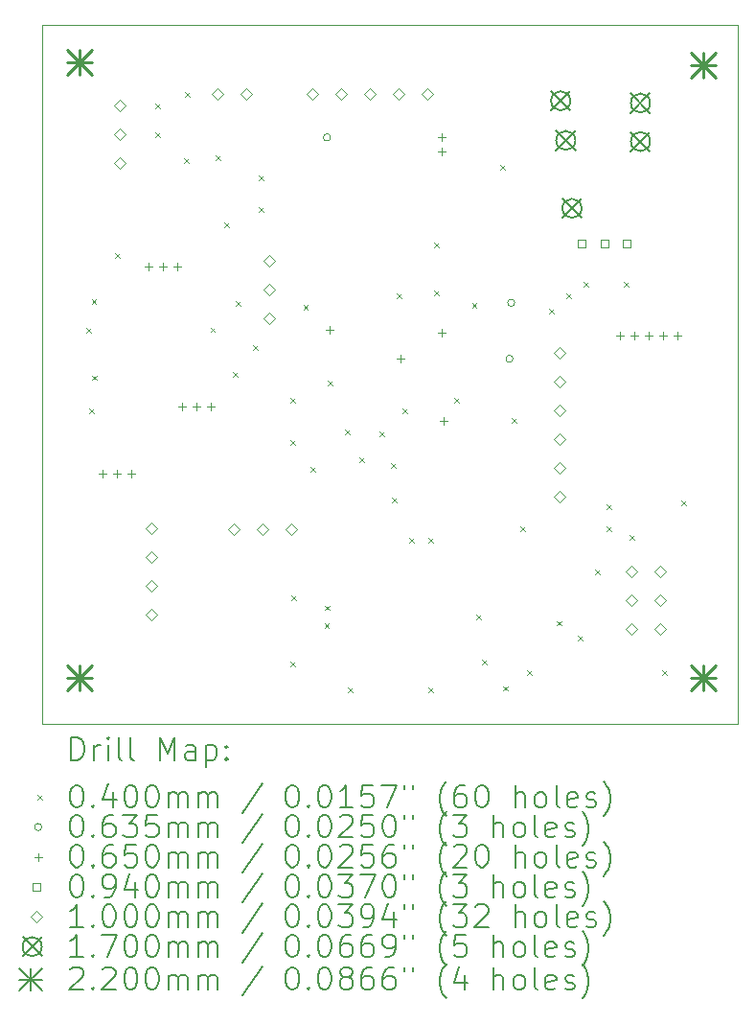
<source format=gbr>
%TF.GenerationSoftware,KiCad,Pcbnew,7.0.10-1-dev-1fdf7d0cf4*%
%TF.CreationDate,2023-12-26T02:00:17-08:00*%
%TF.ProjectId,i2s_to_toslink_pcb,6932735f-746f-45f7-946f-736c696e6b5f,rev?*%
%TF.SameCoordinates,Original*%
%TF.FileFunction,Drillmap*%
%TF.FilePolarity,Positive*%
%FSLAX45Y45*%
G04 Gerber Fmt 4.5, Leading zero omitted, Abs format (unit mm)*
G04 Created by KiCad (PCBNEW 7.0.10-1-dev-1fdf7d0cf4) date 2023-12-26 02:00:17*
%MOMM*%
%LPD*%
G01*
G04 APERTURE LIST*
%ADD10C,0.100000*%
%ADD11C,0.200000*%
%ADD12C,0.170000*%
%ADD13C,0.220000*%
G04 APERTURE END LIST*
D10*
X2082800Y-2032000D02*
X8229600Y-2032000D01*
X8229600Y-8204200D01*
X2082800Y-8204200D01*
X2082800Y-2032000D01*
D11*
D10*
X2469200Y-4704400D02*
X2509200Y-4744400D01*
X2509200Y-4704400D02*
X2469200Y-4744400D01*
X2494600Y-5415600D02*
X2534600Y-5455600D01*
X2534600Y-5415600D02*
X2494600Y-5455600D01*
X2517150Y-4450400D02*
X2557150Y-4490400D01*
X2557150Y-4450400D02*
X2517150Y-4490400D01*
X2520000Y-5126040D02*
X2560000Y-5166040D01*
X2560000Y-5126040D02*
X2520000Y-5166040D01*
X2723200Y-4044000D02*
X2763200Y-4084000D01*
X2763200Y-4044000D02*
X2723200Y-4084000D01*
X3078800Y-2723200D02*
X3118800Y-2763200D01*
X3118800Y-2723200D02*
X3078800Y-2763200D01*
X3078800Y-2977200D02*
X3118800Y-3017200D01*
X3118800Y-2977200D02*
X3078800Y-3017200D01*
X3332800Y-3205800D02*
X3372800Y-3245800D01*
X3372800Y-3205800D02*
X3332800Y-3245800D01*
X3345500Y-2621600D02*
X3385500Y-2661600D01*
X3385500Y-2621600D02*
X3345500Y-2661600D01*
X3569020Y-4701860D02*
X3609020Y-4741860D01*
X3609020Y-4701860D02*
X3569020Y-4741860D01*
X3612200Y-3180400D02*
X3652200Y-3220400D01*
X3652200Y-3180400D02*
X3612200Y-3220400D01*
X3688400Y-3777300D02*
X3728400Y-3817300D01*
X3728400Y-3777300D02*
X3688400Y-3817300D01*
X3764600Y-5098100D02*
X3804600Y-5138100D01*
X3804600Y-5098100D02*
X3764600Y-5138100D01*
X3790000Y-4468180D02*
X3830000Y-4508180D01*
X3830000Y-4468180D02*
X3790000Y-4508180D01*
X3942400Y-4856800D02*
X3982400Y-4896800D01*
X3982400Y-4856800D02*
X3942400Y-4896800D01*
X3993200Y-3358200D02*
X4033200Y-3398200D01*
X4033200Y-3358200D02*
X3993200Y-3398200D01*
X3993200Y-3637600D02*
X4033200Y-3677600D01*
X4033200Y-3637600D02*
X3993200Y-3677600D01*
X4272600Y-5326700D02*
X4312600Y-5366700D01*
X4312600Y-5326700D02*
X4272600Y-5366700D01*
X4272600Y-5695000D02*
X4312600Y-5735000D01*
X4312600Y-5695000D02*
X4272600Y-5735000D01*
X4272600Y-7650800D02*
X4312600Y-7690800D01*
X4312600Y-7650800D02*
X4272600Y-7690800D01*
X4282760Y-7069140D02*
X4322760Y-7109140D01*
X4322760Y-7069140D02*
X4282760Y-7109140D01*
X4389750Y-4501200D02*
X4429750Y-4541200D01*
X4429750Y-4501200D02*
X4389750Y-4541200D01*
X4450400Y-5936300D02*
X4490400Y-5976300D01*
X4490400Y-5936300D02*
X4450400Y-5976300D01*
X4574860Y-7316470D02*
X4614860Y-7356470D01*
X4614860Y-7316470D02*
X4574860Y-7356470D01*
X4577400Y-7158370D02*
X4617400Y-7198370D01*
X4617400Y-7158370D02*
X4577400Y-7198370D01*
X4602800Y-5174300D02*
X4642800Y-5214300D01*
X4642800Y-5174300D02*
X4602800Y-5214300D01*
X4755900Y-5605635D02*
X4795900Y-5645635D01*
X4795900Y-5605635D02*
X4755900Y-5645635D01*
X4780600Y-7879400D02*
X4820600Y-7919400D01*
X4820600Y-7879400D02*
X4780600Y-7919400D01*
X4882200Y-5847400D02*
X4922200Y-5887400D01*
X4922200Y-5847400D02*
X4882200Y-5887400D01*
X5060000Y-5618800D02*
X5100000Y-5658800D01*
X5100000Y-5618800D02*
X5060000Y-5658800D01*
X5161600Y-5898200D02*
X5201600Y-5938200D01*
X5201600Y-5898200D02*
X5161600Y-5938200D01*
X5174300Y-6203000D02*
X5214300Y-6243000D01*
X5214300Y-6203000D02*
X5174300Y-6243000D01*
X5212400Y-4399600D02*
X5252400Y-4439600D01*
X5252400Y-4399600D02*
X5212400Y-4439600D01*
X5263200Y-5415600D02*
X5303200Y-5455600D01*
X5303200Y-5415600D02*
X5263200Y-5455600D01*
X5328026Y-6562409D02*
X5368026Y-6602409D01*
X5368026Y-6562409D02*
X5328026Y-6602409D01*
X5491800Y-6558600D02*
X5531800Y-6598600D01*
X5531800Y-6558600D02*
X5491800Y-6598600D01*
X5491800Y-7884480D02*
X5531800Y-7924480D01*
X5531800Y-7884480D02*
X5491800Y-7924480D01*
X5542600Y-3955100D02*
X5582600Y-3995100D01*
X5582600Y-3955100D02*
X5542600Y-3995100D01*
X5542600Y-4379280D02*
X5582600Y-4419280D01*
X5582600Y-4379280D02*
X5542600Y-4419280D01*
X5720400Y-5326700D02*
X5760400Y-5366700D01*
X5760400Y-5326700D02*
X5720400Y-5366700D01*
X5880420Y-4483420D02*
X5920420Y-4523420D01*
X5920420Y-4483420D02*
X5880420Y-4523420D01*
X5918520Y-7239320D02*
X5958520Y-7279320D01*
X5958520Y-7239320D02*
X5918520Y-7279320D01*
X5969320Y-7638100D02*
X6009320Y-7678100D01*
X6009320Y-7638100D02*
X5969320Y-7678100D01*
X6126800Y-3269300D02*
X6166800Y-3309300D01*
X6166800Y-3269300D02*
X6126800Y-3309300D01*
X6152200Y-7869240D02*
X6192200Y-7909240D01*
X6192200Y-7869240D02*
X6152200Y-7909240D01*
X6228400Y-5504500D02*
X6268400Y-5544500D01*
X6268400Y-5504500D02*
X6228400Y-5544500D01*
X6304600Y-6457000D02*
X6344600Y-6497000D01*
X6344600Y-6457000D02*
X6304600Y-6497000D01*
X6368100Y-7727000D02*
X6408100Y-7767000D01*
X6408100Y-7727000D02*
X6368100Y-7767000D01*
X6558600Y-4539300D02*
X6598600Y-4579300D01*
X6598600Y-4539300D02*
X6558600Y-4579300D01*
X6627180Y-7292660D02*
X6667180Y-7332660D01*
X6667180Y-7292660D02*
X6627180Y-7332660D01*
X6711000Y-4399600D02*
X6751000Y-4439600D01*
X6751000Y-4399600D02*
X6711000Y-4439600D01*
X6815140Y-7424740D02*
X6855140Y-7464740D01*
X6855140Y-7424740D02*
X6815140Y-7464740D01*
X6863400Y-4298000D02*
X6903400Y-4338000D01*
X6903400Y-4298000D02*
X6863400Y-4338000D01*
X6965000Y-6838000D02*
X7005000Y-6878000D01*
X7005000Y-6838000D02*
X6965000Y-6878000D01*
X7066600Y-6266500D02*
X7106600Y-6306500D01*
X7106600Y-6266500D02*
X7066600Y-6306500D01*
X7066600Y-6457000D02*
X7106600Y-6497000D01*
X7106600Y-6457000D02*
X7066600Y-6497000D01*
X7219000Y-4298000D02*
X7259000Y-4338000D01*
X7259000Y-4298000D02*
X7219000Y-4338000D01*
X7269800Y-6533200D02*
X7309800Y-6573200D01*
X7309800Y-6533200D02*
X7269800Y-6573200D01*
X7561900Y-7727000D02*
X7601900Y-7767000D01*
X7601900Y-7727000D02*
X7561900Y-7767000D01*
X7727000Y-6228400D02*
X7767000Y-6268400D01*
X7767000Y-6228400D02*
X7727000Y-6268400D01*
X4629150Y-3022600D02*
G75*
G03*
X4565650Y-3022600I-31750J0D01*
G01*
X4565650Y-3022600D02*
G75*
G03*
X4629150Y-3022600I31750J0D01*
G01*
X6242050Y-4978400D02*
G75*
G03*
X6178550Y-4978400I-31750J0D01*
G01*
X6178550Y-4978400D02*
G75*
G03*
X6242050Y-4978400I31750J0D01*
G01*
X6257600Y-4483100D02*
G75*
G03*
X6194100Y-4483100I-31750J0D01*
G01*
X6194100Y-4483100D02*
G75*
G03*
X6257600Y-4483100I31750J0D01*
G01*
X2616200Y-5961900D02*
X2616200Y-6026900D01*
X2583700Y-5994400D02*
X2648700Y-5994400D01*
X2743200Y-5961900D02*
X2743200Y-6026900D01*
X2710700Y-5994400D02*
X2775700Y-5994400D01*
X2870200Y-5961900D02*
X2870200Y-6026900D01*
X2837700Y-5994400D02*
X2902700Y-5994400D01*
X3022600Y-4133100D02*
X3022600Y-4198100D01*
X2990100Y-4165600D02*
X3055100Y-4165600D01*
X3149600Y-4133100D02*
X3149600Y-4198100D01*
X3117100Y-4165600D02*
X3182100Y-4165600D01*
X3276600Y-4133100D02*
X3276600Y-4198100D01*
X3244100Y-4165600D02*
X3309100Y-4165600D01*
X3314700Y-5365000D02*
X3314700Y-5430000D01*
X3282200Y-5397500D02*
X3347200Y-5397500D01*
X3441700Y-5365000D02*
X3441700Y-5430000D01*
X3409200Y-5397500D02*
X3474200Y-5397500D01*
X3568700Y-5365000D02*
X3568700Y-5430000D01*
X3536200Y-5397500D02*
X3601200Y-5397500D01*
X4622800Y-4691900D02*
X4622800Y-4756900D01*
X4590300Y-4724400D02*
X4655300Y-4724400D01*
X5245100Y-4945900D02*
X5245100Y-5010900D01*
X5212600Y-4978400D02*
X5277600Y-4978400D01*
X5613400Y-2990100D02*
X5613400Y-3055100D01*
X5580900Y-3022600D02*
X5645900Y-3022600D01*
X5613400Y-3117100D02*
X5613400Y-3182100D01*
X5580900Y-3149600D02*
X5645900Y-3149600D01*
X5613400Y-4717300D02*
X5613400Y-4782300D01*
X5580900Y-4749800D02*
X5645900Y-4749800D01*
X5626100Y-5492000D02*
X5626100Y-5557000D01*
X5593600Y-5524500D02*
X5658600Y-5524500D01*
X7187200Y-4742700D02*
X7187200Y-4807700D01*
X7154700Y-4775200D02*
X7219700Y-4775200D01*
X7314200Y-4742700D02*
X7314200Y-4807700D01*
X7281700Y-4775200D02*
X7346700Y-4775200D01*
X7441200Y-4742700D02*
X7441200Y-4807700D01*
X7408700Y-4775200D02*
X7473700Y-4775200D01*
X7568200Y-4742700D02*
X7568200Y-4807700D01*
X7535700Y-4775200D02*
X7600700Y-4775200D01*
X7695200Y-4742700D02*
X7695200Y-4807700D01*
X7662700Y-4775200D02*
X7727700Y-4775200D01*
X6881074Y-3993094D02*
X6881074Y-3926626D01*
X6814606Y-3926626D01*
X6814606Y-3993094D01*
X6881074Y-3993094D01*
X7081074Y-3993094D02*
X7081074Y-3926626D01*
X7014606Y-3926626D01*
X7014606Y-3993094D01*
X7081074Y-3993094D01*
X7281074Y-3993094D02*
X7281074Y-3926626D01*
X7214606Y-3926626D01*
X7214606Y-3993094D01*
X7281074Y-3993094D01*
X2768600Y-2793200D02*
X2818600Y-2743200D01*
X2768600Y-2693200D01*
X2718600Y-2743200D01*
X2768600Y-2793200D01*
X2768600Y-3047200D02*
X2818600Y-2997200D01*
X2768600Y-2947200D01*
X2718600Y-2997200D01*
X2768600Y-3047200D01*
X2768600Y-3301200D02*
X2818600Y-3251200D01*
X2768600Y-3201200D01*
X2718600Y-3251200D01*
X2768600Y-3301200D01*
X3048000Y-6527000D02*
X3098000Y-6477000D01*
X3048000Y-6427000D01*
X2998000Y-6477000D01*
X3048000Y-6527000D01*
X3048000Y-6781000D02*
X3098000Y-6731000D01*
X3048000Y-6681000D01*
X2998000Y-6731000D01*
X3048000Y-6781000D01*
X3048000Y-7035000D02*
X3098000Y-6985000D01*
X3048000Y-6935000D01*
X2998000Y-6985000D01*
X3048000Y-7035000D01*
X3048000Y-7289000D02*
X3098000Y-7239000D01*
X3048000Y-7189000D01*
X2998000Y-7239000D01*
X3048000Y-7289000D01*
X3632200Y-2691600D02*
X3682200Y-2641600D01*
X3632200Y-2591600D01*
X3582200Y-2641600D01*
X3632200Y-2691600D01*
X3774440Y-6532080D02*
X3824440Y-6482080D01*
X3774440Y-6432080D01*
X3724440Y-6482080D01*
X3774440Y-6532080D01*
X3886200Y-2691600D02*
X3936200Y-2641600D01*
X3886200Y-2591600D01*
X3836200Y-2641600D01*
X3886200Y-2691600D01*
X4028440Y-6532080D02*
X4078440Y-6482080D01*
X4028440Y-6432080D01*
X3978440Y-6482080D01*
X4028440Y-6532080D01*
X4089400Y-4164800D02*
X4139400Y-4114800D01*
X4089400Y-4064800D01*
X4039400Y-4114800D01*
X4089400Y-4164800D01*
X4089400Y-4418800D02*
X4139400Y-4368800D01*
X4089400Y-4318800D01*
X4039400Y-4368800D01*
X4089400Y-4418800D01*
X4089400Y-4672800D02*
X4139400Y-4622800D01*
X4089400Y-4572800D01*
X4039400Y-4622800D01*
X4089400Y-4672800D01*
X4282440Y-6532080D02*
X4332440Y-6482080D01*
X4282440Y-6432080D01*
X4232440Y-6482080D01*
X4282440Y-6532080D01*
X4470400Y-2691600D02*
X4520400Y-2641600D01*
X4470400Y-2591600D01*
X4420400Y-2641600D01*
X4470400Y-2691600D01*
X4724400Y-2691600D02*
X4774400Y-2641600D01*
X4724400Y-2591600D01*
X4674400Y-2641600D01*
X4724400Y-2691600D01*
X4978400Y-2691600D02*
X5028400Y-2641600D01*
X4978400Y-2591600D01*
X4928400Y-2641600D01*
X4978400Y-2691600D01*
X5232400Y-2691600D02*
X5282400Y-2641600D01*
X5232400Y-2591600D01*
X5182400Y-2641600D01*
X5232400Y-2691600D01*
X5486400Y-2691600D02*
X5536400Y-2641600D01*
X5486400Y-2591600D01*
X5436400Y-2641600D01*
X5486400Y-2691600D01*
X6654800Y-4977600D02*
X6704800Y-4927600D01*
X6654800Y-4877600D01*
X6604800Y-4927600D01*
X6654800Y-4977600D01*
X6654800Y-5231600D02*
X6704800Y-5181600D01*
X6654800Y-5131600D01*
X6604800Y-5181600D01*
X6654800Y-5231600D01*
X6654800Y-5485600D02*
X6704800Y-5435600D01*
X6654800Y-5385600D01*
X6604800Y-5435600D01*
X6654800Y-5485600D01*
X6654800Y-5739600D02*
X6704800Y-5689600D01*
X6654800Y-5639600D01*
X6604800Y-5689600D01*
X6654800Y-5739600D01*
X6654800Y-5993600D02*
X6704800Y-5943600D01*
X6654800Y-5893600D01*
X6604800Y-5943600D01*
X6654800Y-5993600D01*
X6654800Y-6247600D02*
X6704800Y-6197600D01*
X6654800Y-6147600D01*
X6604800Y-6197600D01*
X6654800Y-6247600D01*
X7289800Y-6908000D02*
X7339800Y-6858000D01*
X7289800Y-6808000D01*
X7239800Y-6858000D01*
X7289800Y-6908000D01*
X7289800Y-7162000D02*
X7339800Y-7112000D01*
X7289800Y-7062000D01*
X7239800Y-7112000D01*
X7289800Y-7162000D01*
X7289800Y-7416000D02*
X7339800Y-7366000D01*
X7289800Y-7316000D01*
X7239800Y-7366000D01*
X7289800Y-7416000D01*
X7543800Y-6908000D02*
X7593800Y-6858000D01*
X7543800Y-6808000D01*
X7493800Y-6858000D01*
X7543800Y-6908000D01*
X7543800Y-7162000D02*
X7593800Y-7112000D01*
X7543800Y-7062000D01*
X7493800Y-7112000D01*
X7543800Y-7162000D01*
X7543800Y-7416000D02*
X7593800Y-7366000D01*
X7543800Y-7316000D01*
X7493800Y-7366000D01*
X7543800Y-7416000D01*
D12*
X6577840Y-2614860D02*
X6747840Y-2784860D01*
X6747840Y-2614860D02*
X6577840Y-2784860D01*
X6747840Y-2699860D02*
G75*
G03*
X6577840Y-2699860I-85000J0D01*
G01*
X6577840Y-2699860D02*
G75*
G03*
X6747840Y-2699860I85000J0D01*
G01*
X6622840Y-2964860D02*
X6792840Y-3134860D01*
X6792840Y-2964860D02*
X6622840Y-3134860D01*
X6792840Y-3049860D02*
G75*
G03*
X6622840Y-3049860I-85000J0D01*
G01*
X6622840Y-3049860D02*
G75*
G03*
X6792840Y-3049860I85000J0D01*
G01*
X6677840Y-3564860D02*
X6847840Y-3734860D01*
X6847840Y-3564860D02*
X6677840Y-3734860D01*
X6847840Y-3649860D02*
G75*
G03*
X6677840Y-3649860I-85000J0D01*
G01*
X6677840Y-3649860D02*
G75*
G03*
X6847840Y-3649860I85000J0D01*
G01*
X7282840Y-2634860D02*
X7452840Y-2804860D01*
X7452840Y-2634860D02*
X7282840Y-2804860D01*
X7452840Y-2719860D02*
G75*
G03*
X7282840Y-2719860I-85000J0D01*
G01*
X7282840Y-2719860D02*
G75*
G03*
X7452840Y-2719860I85000J0D01*
G01*
X7282840Y-2974860D02*
X7452840Y-3144860D01*
X7452840Y-2974860D02*
X7282840Y-3144860D01*
X7452840Y-3059860D02*
G75*
G03*
X7282840Y-3059860I-85000J0D01*
G01*
X7282840Y-3059860D02*
G75*
G03*
X7452840Y-3059860I85000J0D01*
G01*
D13*
X2303000Y-2252200D02*
X2523000Y-2472200D01*
X2523000Y-2252200D02*
X2303000Y-2472200D01*
X2413000Y-2252200D02*
X2413000Y-2472200D01*
X2303000Y-2362200D02*
X2523000Y-2362200D01*
X2303000Y-7687800D02*
X2523000Y-7907800D01*
X2523000Y-7687800D02*
X2303000Y-7907800D01*
X2413000Y-7687800D02*
X2413000Y-7907800D01*
X2303000Y-7797800D02*
X2523000Y-7797800D01*
X7814800Y-2277600D02*
X8034800Y-2497600D01*
X8034800Y-2277600D02*
X7814800Y-2497600D01*
X7924800Y-2277600D02*
X7924800Y-2497600D01*
X7814800Y-2387600D02*
X8034800Y-2387600D01*
X7814800Y-7687800D02*
X8034800Y-7907800D01*
X8034800Y-7687800D02*
X7814800Y-7907800D01*
X7924800Y-7687800D02*
X7924800Y-7907800D01*
X7814800Y-7797800D02*
X8034800Y-7797800D01*
D11*
X2338577Y-8520684D02*
X2338577Y-8320684D01*
X2338577Y-8320684D02*
X2386196Y-8320684D01*
X2386196Y-8320684D02*
X2414767Y-8330208D01*
X2414767Y-8330208D02*
X2433815Y-8349255D01*
X2433815Y-8349255D02*
X2443339Y-8368303D01*
X2443339Y-8368303D02*
X2452863Y-8406398D01*
X2452863Y-8406398D02*
X2452863Y-8434970D01*
X2452863Y-8434970D02*
X2443339Y-8473065D01*
X2443339Y-8473065D02*
X2433815Y-8492112D01*
X2433815Y-8492112D02*
X2414767Y-8511160D01*
X2414767Y-8511160D02*
X2386196Y-8520684D01*
X2386196Y-8520684D02*
X2338577Y-8520684D01*
X2538577Y-8520684D02*
X2538577Y-8387350D01*
X2538577Y-8425446D02*
X2548101Y-8406398D01*
X2548101Y-8406398D02*
X2557624Y-8396874D01*
X2557624Y-8396874D02*
X2576672Y-8387350D01*
X2576672Y-8387350D02*
X2595720Y-8387350D01*
X2662386Y-8520684D02*
X2662386Y-8387350D01*
X2662386Y-8320684D02*
X2652863Y-8330208D01*
X2652863Y-8330208D02*
X2662386Y-8339731D01*
X2662386Y-8339731D02*
X2671910Y-8330208D01*
X2671910Y-8330208D02*
X2662386Y-8320684D01*
X2662386Y-8320684D02*
X2662386Y-8339731D01*
X2786196Y-8520684D02*
X2767148Y-8511160D01*
X2767148Y-8511160D02*
X2757624Y-8492112D01*
X2757624Y-8492112D02*
X2757624Y-8320684D01*
X2890958Y-8520684D02*
X2871910Y-8511160D01*
X2871910Y-8511160D02*
X2862386Y-8492112D01*
X2862386Y-8492112D02*
X2862386Y-8320684D01*
X3119529Y-8520684D02*
X3119529Y-8320684D01*
X3119529Y-8320684D02*
X3186196Y-8463541D01*
X3186196Y-8463541D02*
X3252862Y-8320684D01*
X3252862Y-8320684D02*
X3252862Y-8520684D01*
X3433815Y-8520684D02*
X3433815Y-8415922D01*
X3433815Y-8415922D02*
X3424291Y-8396874D01*
X3424291Y-8396874D02*
X3405243Y-8387350D01*
X3405243Y-8387350D02*
X3367148Y-8387350D01*
X3367148Y-8387350D02*
X3348101Y-8396874D01*
X3433815Y-8511160D02*
X3414767Y-8520684D01*
X3414767Y-8520684D02*
X3367148Y-8520684D01*
X3367148Y-8520684D02*
X3348101Y-8511160D01*
X3348101Y-8511160D02*
X3338577Y-8492112D01*
X3338577Y-8492112D02*
X3338577Y-8473065D01*
X3338577Y-8473065D02*
X3348101Y-8454017D01*
X3348101Y-8454017D02*
X3367148Y-8444493D01*
X3367148Y-8444493D02*
X3414767Y-8444493D01*
X3414767Y-8444493D02*
X3433815Y-8434970D01*
X3529053Y-8387350D02*
X3529053Y-8587350D01*
X3529053Y-8396874D02*
X3548101Y-8387350D01*
X3548101Y-8387350D02*
X3586196Y-8387350D01*
X3586196Y-8387350D02*
X3605243Y-8396874D01*
X3605243Y-8396874D02*
X3614767Y-8406398D01*
X3614767Y-8406398D02*
X3624291Y-8425446D01*
X3624291Y-8425446D02*
X3624291Y-8482589D01*
X3624291Y-8482589D02*
X3614767Y-8501636D01*
X3614767Y-8501636D02*
X3605243Y-8511160D01*
X3605243Y-8511160D02*
X3586196Y-8520684D01*
X3586196Y-8520684D02*
X3548101Y-8520684D01*
X3548101Y-8520684D02*
X3529053Y-8511160D01*
X3710005Y-8501636D02*
X3719529Y-8511160D01*
X3719529Y-8511160D02*
X3710005Y-8520684D01*
X3710005Y-8520684D02*
X3700482Y-8511160D01*
X3700482Y-8511160D02*
X3710005Y-8501636D01*
X3710005Y-8501636D02*
X3710005Y-8520684D01*
X3710005Y-8396874D02*
X3719529Y-8406398D01*
X3719529Y-8406398D02*
X3710005Y-8415922D01*
X3710005Y-8415922D02*
X3700482Y-8406398D01*
X3700482Y-8406398D02*
X3710005Y-8396874D01*
X3710005Y-8396874D02*
X3710005Y-8415922D01*
D10*
X2037800Y-8829200D02*
X2077800Y-8869200D01*
X2077800Y-8829200D02*
X2037800Y-8869200D01*
D11*
X2376672Y-8740684D02*
X2395720Y-8740684D01*
X2395720Y-8740684D02*
X2414767Y-8750208D01*
X2414767Y-8750208D02*
X2424291Y-8759731D01*
X2424291Y-8759731D02*
X2433815Y-8778779D01*
X2433815Y-8778779D02*
X2443339Y-8816874D01*
X2443339Y-8816874D02*
X2443339Y-8864493D01*
X2443339Y-8864493D02*
X2433815Y-8902589D01*
X2433815Y-8902589D02*
X2424291Y-8921636D01*
X2424291Y-8921636D02*
X2414767Y-8931160D01*
X2414767Y-8931160D02*
X2395720Y-8940684D01*
X2395720Y-8940684D02*
X2376672Y-8940684D01*
X2376672Y-8940684D02*
X2357624Y-8931160D01*
X2357624Y-8931160D02*
X2348101Y-8921636D01*
X2348101Y-8921636D02*
X2338577Y-8902589D01*
X2338577Y-8902589D02*
X2329053Y-8864493D01*
X2329053Y-8864493D02*
X2329053Y-8816874D01*
X2329053Y-8816874D02*
X2338577Y-8778779D01*
X2338577Y-8778779D02*
X2348101Y-8759731D01*
X2348101Y-8759731D02*
X2357624Y-8750208D01*
X2357624Y-8750208D02*
X2376672Y-8740684D01*
X2529053Y-8921636D02*
X2538577Y-8931160D01*
X2538577Y-8931160D02*
X2529053Y-8940684D01*
X2529053Y-8940684D02*
X2519529Y-8931160D01*
X2519529Y-8931160D02*
X2529053Y-8921636D01*
X2529053Y-8921636D02*
X2529053Y-8940684D01*
X2710005Y-8807350D02*
X2710005Y-8940684D01*
X2662386Y-8731160D02*
X2614767Y-8874017D01*
X2614767Y-8874017D02*
X2738577Y-8874017D01*
X2852862Y-8740684D02*
X2871910Y-8740684D01*
X2871910Y-8740684D02*
X2890958Y-8750208D01*
X2890958Y-8750208D02*
X2900482Y-8759731D01*
X2900482Y-8759731D02*
X2910005Y-8778779D01*
X2910005Y-8778779D02*
X2919529Y-8816874D01*
X2919529Y-8816874D02*
X2919529Y-8864493D01*
X2919529Y-8864493D02*
X2910005Y-8902589D01*
X2910005Y-8902589D02*
X2900482Y-8921636D01*
X2900482Y-8921636D02*
X2890958Y-8931160D01*
X2890958Y-8931160D02*
X2871910Y-8940684D01*
X2871910Y-8940684D02*
X2852862Y-8940684D01*
X2852862Y-8940684D02*
X2833815Y-8931160D01*
X2833815Y-8931160D02*
X2824291Y-8921636D01*
X2824291Y-8921636D02*
X2814767Y-8902589D01*
X2814767Y-8902589D02*
X2805243Y-8864493D01*
X2805243Y-8864493D02*
X2805243Y-8816874D01*
X2805243Y-8816874D02*
X2814767Y-8778779D01*
X2814767Y-8778779D02*
X2824291Y-8759731D01*
X2824291Y-8759731D02*
X2833815Y-8750208D01*
X2833815Y-8750208D02*
X2852862Y-8740684D01*
X3043339Y-8740684D02*
X3062386Y-8740684D01*
X3062386Y-8740684D02*
X3081434Y-8750208D01*
X3081434Y-8750208D02*
X3090958Y-8759731D01*
X3090958Y-8759731D02*
X3100482Y-8778779D01*
X3100482Y-8778779D02*
X3110005Y-8816874D01*
X3110005Y-8816874D02*
X3110005Y-8864493D01*
X3110005Y-8864493D02*
X3100482Y-8902589D01*
X3100482Y-8902589D02*
X3090958Y-8921636D01*
X3090958Y-8921636D02*
X3081434Y-8931160D01*
X3081434Y-8931160D02*
X3062386Y-8940684D01*
X3062386Y-8940684D02*
X3043339Y-8940684D01*
X3043339Y-8940684D02*
X3024291Y-8931160D01*
X3024291Y-8931160D02*
X3014767Y-8921636D01*
X3014767Y-8921636D02*
X3005243Y-8902589D01*
X3005243Y-8902589D02*
X2995720Y-8864493D01*
X2995720Y-8864493D02*
X2995720Y-8816874D01*
X2995720Y-8816874D02*
X3005243Y-8778779D01*
X3005243Y-8778779D02*
X3014767Y-8759731D01*
X3014767Y-8759731D02*
X3024291Y-8750208D01*
X3024291Y-8750208D02*
X3043339Y-8740684D01*
X3195720Y-8940684D02*
X3195720Y-8807350D01*
X3195720Y-8826398D02*
X3205243Y-8816874D01*
X3205243Y-8816874D02*
X3224291Y-8807350D01*
X3224291Y-8807350D02*
X3252863Y-8807350D01*
X3252863Y-8807350D02*
X3271910Y-8816874D01*
X3271910Y-8816874D02*
X3281434Y-8835922D01*
X3281434Y-8835922D02*
X3281434Y-8940684D01*
X3281434Y-8835922D02*
X3290958Y-8816874D01*
X3290958Y-8816874D02*
X3310005Y-8807350D01*
X3310005Y-8807350D02*
X3338577Y-8807350D01*
X3338577Y-8807350D02*
X3357624Y-8816874D01*
X3357624Y-8816874D02*
X3367148Y-8835922D01*
X3367148Y-8835922D02*
X3367148Y-8940684D01*
X3462386Y-8940684D02*
X3462386Y-8807350D01*
X3462386Y-8826398D02*
X3471910Y-8816874D01*
X3471910Y-8816874D02*
X3490958Y-8807350D01*
X3490958Y-8807350D02*
X3519529Y-8807350D01*
X3519529Y-8807350D02*
X3538577Y-8816874D01*
X3538577Y-8816874D02*
X3548101Y-8835922D01*
X3548101Y-8835922D02*
X3548101Y-8940684D01*
X3548101Y-8835922D02*
X3557624Y-8816874D01*
X3557624Y-8816874D02*
X3576672Y-8807350D01*
X3576672Y-8807350D02*
X3605243Y-8807350D01*
X3605243Y-8807350D02*
X3624291Y-8816874D01*
X3624291Y-8816874D02*
X3633815Y-8835922D01*
X3633815Y-8835922D02*
X3633815Y-8940684D01*
X4024291Y-8731160D02*
X3852863Y-8988303D01*
X4281434Y-8740684D02*
X4300482Y-8740684D01*
X4300482Y-8740684D02*
X4319529Y-8750208D01*
X4319529Y-8750208D02*
X4329053Y-8759731D01*
X4329053Y-8759731D02*
X4338577Y-8778779D01*
X4338577Y-8778779D02*
X4348101Y-8816874D01*
X4348101Y-8816874D02*
X4348101Y-8864493D01*
X4348101Y-8864493D02*
X4338577Y-8902589D01*
X4338577Y-8902589D02*
X4329053Y-8921636D01*
X4329053Y-8921636D02*
X4319529Y-8931160D01*
X4319529Y-8931160D02*
X4300482Y-8940684D01*
X4300482Y-8940684D02*
X4281434Y-8940684D01*
X4281434Y-8940684D02*
X4262387Y-8931160D01*
X4262387Y-8931160D02*
X4252863Y-8921636D01*
X4252863Y-8921636D02*
X4243339Y-8902589D01*
X4243339Y-8902589D02*
X4233815Y-8864493D01*
X4233815Y-8864493D02*
X4233815Y-8816874D01*
X4233815Y-8816874D02*
X4243339Y-8778779D01*
X4243339Y-8778779D02*
X4252863Y-8759731D01*
X4252863Y-8759731D02*
X4262387Y-8750208D01*
X4262387Y-8750208D02*
X4281434Y-8740684D01*
X4433815Y-8921636D02*
X4443339Y-8931160D01*
X4443339Y-8931160D02*
X4433815Y-8940684D01*
X4433815Y-8940684D02*
X4424291Y-8931160D01*
X4424291Y-8931160D02*
X4433815Y-8921636D01*
X4433815Y-8921636D02*
X4433815Y-8940684D01*
X4567148Y-8740684D02*
X4586196Y-8740684D01*
X4586196Y-8740684D02*
X4605244Y-8750208D01*
X4605244Y-8750208D02*
X4614768Y-8759731D01*
X4614768Y-8759731D02*
X4624291Y-8778779D01*
X4624291Y-8778779D02*
X4633815Y-8816874D01*
X4633815Y-8816874D02*
X4633815Y-8864493D01*
X4633815Y-8864493D02*
X4624291Y-8902589D01*
X4624291Y-8902589D02*
X4614768Y-8921636D01*
X4614768Y-8921636D02*
X4605244Y-8931160D01*
X4605244Y-8931160D02*
X4586196Y-8940684D01*
X4586196Y-8940684D02*
X4567148Y-8940684D01*
X4567148Y-8940684D02*
X4548101Y-8931160D01*
X4548101Y-8931160D02*
X4538577Y-8921636D01*
X4538577Y-8921636D02*
X4529053Y-8902589D01*
X4529053Y-8902589D02*
X4519529Y-8864493D01*
X4519529Y-8864493D02*
X4519529Y-8816874D01*
X4519529Y-8816874D02*
X4529053Y-8778779D01*
X4529053Y-8778779D02*
X4538577Y-8759731D01*
X4538577Y-8759731D02*
X4548101Y-8750208D01*
X4548101Y-8750208D02*
X4567148Y-8740684D01*
X4824291Y-8940684D02*
X4710006Y-8940684D01*
X4767148Y-8940684D02*
X4767148Y-8740684D01*
X4767148Y-8740684D02*
X4748101Y-8769255D01*
X4748101Y-8769255D02*
X4729053Y-8788303D01*
X4729053Y-8788303D02*
X4710006Y-8797827D01*
X5005244Y-8740684D02*
X4910006Y-8740684D01*
X4910006Y-8740684D02*
X4900482Y-8835922D01*
X4900482Y-8835922D02*
X4910006Y-8826398D01*
X4910006Y-8826398D02*
X4929053Y-8816874D01*
X4929053Y-8816874D02*
X4976672Y-8816874D01*
X4976672Y-8816874D02*
X4995720Y-8826398D01*
X4995720Y-8826398D02*
X5005244Y-8835922D01*
X5005244Y-8835922D02*
X5014768Y-8854970D01*
X5014768Y-8854970D02*
X5014768Y-8902589D01*
X5014768Y-8902589D02*
X5005244Y-8921636D01*
X5005244Y-8921636D02*
X4995720Y-8931160D01*
X4995720Y-8931160D02*
X4976672Y-8940684D01*
X4976672Y-8940684D02*
X4929053Y-8940684D01*
X4929053Y-8940684D02*
X4910006Y-8931160D01*
X4910006Y-8931160D02*
X4900482Y-8921636D01*
X5081434Y-8740684D02*
X5214768Y-8740684D01*
X5214768Y-8740684D02*
X5129053Y-8940684D01*
X5281434Y-8740684D02*
X5281434Y-8778779D01*
X5357625Y-8740684D02*
X5357625Y-8778779D01*
X5652863Y-9016874D02*
X5643339Y-9007350D01*
X5643339Y-9007350D02*
X5624291Y-8978779D01*
X5624291Y-8978779D02*
X5614768Y-8959731D01*
X5614768Y-8959731D02*
X5605244Y-8931160D01*
X5605244Y-8931160D02*
X5595720Y-8883541D01*
X5595720Y-8883541D02*
X5595720Y-8845446D01*
X5595720Y-8845446D02*
X5605244Y-8797827D01*
X5605244Y-8797827D02*
X5614768Y-8769255D01*
X5614768Y-8769255D02*
X5624291Y-8750208D01*
X5624291Y-8750208D02*
X5643339Y-8721636D01*
X5643339Y-8721636D02*
X5652863Y-8712112D01*
X5814768Y-8740684D02*
X5776672Y-8740684D01*
X5776672Y-8740684D02*
X5757625Y-8750208D01*
X5757625Y-8750208D02*
X5748101Y-8759731D01*
X5748101Y-8759731D02*
X5729053Y-8788303D01*
X5729053Y-8788303D02*
X5719529Y-8826398D01*
X5719529Y-8826398D02*
X5719529Y-8902589D01*
X5719529Y-8902589D02*
X5729053Y-8921636D01*
X5729053Y-8921636D02*
X5738577Y-8931160D01*
X5738577Y-8931160D02*
X5757625Y-8940684D01*
X5757625Y-8940684D02*
X5795720Y-8940684D01*
X5795720Y-8940684D02*
X5814768Y-8931160D01*
X5814768Y-8931160D02*
X5824291Y-8921636D01*
X5824291Y-8921636D02*
X5833815Y-8902589D01*
X5833815Y-8902589D02*
X5833815Y-8854970D01*
X5833815Y-8854970D02*
X5824291Y-8835922D01*
X5824291Y-8835922D02*
X5814768Y-8826398D01*
X5814768Y-8826398D02*
X5795720Y-8816874D01*
X5795720Y-8816874D02*
X5757625Y-8816874D01*
X5757625Y-8816874D02*
X5738577Y-8826398D01*
X5738577Y-8826398D02*
X5729053Y-8835922D01*
X5729053Y-8835922D02*
X5719529Y-8854970D01*
X5957625Y-8740684D02*
X5976672Y-8740684D01*
X5976672Y-8740684D02*
X5995720Y-8750208D01*
X5995720Y-8750208D02*
X6005244Y-8759731D01*
X6005244Y-8759731D02*
X6014768Y-8778779D01*
X6014768Y-8778779D02*
X6024291Y-8816874D01*
X6024291Y-8816874D02*
X6024291Y-8864493D01*
X6024291Y-8864493D02*
X6014768Y-8902589D01*
X6014768Y-8902589D02*
X6005244Y-8921636D01*
X6005244Y-8921636D02*
X5995720Y-8931160D01*
X5995720Y-8931160D02*
X5976672Y-8940684D01*
X5976672Y-8940684D02*
X5957625Y-8940684D01*
X5957625Y-8940684D02*
X5938577Y-8931160D01*
X5938577Y-8931160D02*
X5929053Y-8921636D01*
X5929053Y-8921636D02*
X5919529Y-8902589D01*
X5919529Y-8902589D02*
X5910006Y-8864493D01*
X5910006Y-8864493D02*
X5910006Y-8816874D01*
X5910006Y-8816874D02*
X5919529Y-8778779D01*
X5919529Y-8778779D02*
X5929053Y-8759731D01*
X5929053Y-8759731D02*
X5938577Y-8750208D01*
X5938577Y-8750208D02*
X5957625Y-8740684D01*
X6262387Y-8940684D02*
X6262387Y-8740684D01*
X6348101Y-8940684D02*
X6348101Y-8835922D01*
X6348101Y-8835922D02*
X6338577Y-8816874D01*
X6338577Y-8816874D02*
X6319530Y-8807350D01*
X6319530Y-8807350D02*
X6290958Y-8807350D01*
X6290958Y-8807350D02*
X6271910Y-8816874D01*
X6271910Y-8816874D02*
X6262387Y-8826398D01*
X6471910Y-8940684D02*
X6452863Y-8931160D01*
X6452863Y-8931160D02*
X6443339Y-8921636D01*
X6443339Y-8921636D02*
X6433815Y-8902589D01*
X6433815Y-8902589D02*
X6433815Y-8845446D01*
X6433815Y-8845446D02*
X6443339Y-8826398D01*
X6443339Y-8826398D02*
X6452863Y-8816874D01*
X6452863Y-8816874D02*
X6471910Y-8807350D01*
X6471910Y-8807350D02*
X6500482Y-8807350D01*
X6500482Y-8807350D02*
X6519530Y-8816874D01*
X6519530Y-8816874D02*
X6529053Y-8826398D01*
X6529053Y-8826398D02*
X6538577Y-8845446D01*
X6538577Y-8845446D02*
X6538577Y-8902589D01*
X6538577Y-8902589D02*
X6529053Y-8921636D01*
X6529053Y-8921636D02*
X6519530Y-8931160D01*
X6519530Y-8931160D02*
X6500482Y-8940684D01*
X6500482Y-8940684D02*
X6471910Y-8940684D01*
X6652863Y-8940684D02*
X6633815Y-8931160D01*
X6633815Y-8931160D02*
X6624291Y-8912112D01*
X6624291Y-8912112D02*
X6624291Y-8740684D01*
X6805244Y-8931160D02*
X6786196Y-8940684D01*
X6786196Y-8940684D02*
X6748101Y-8940684D01*
X6748101Y-8940684D02*
X6729053Y-8931160D01*
X6729053Y-8931160D02*
X6719530Y-8912112D01*
X6719530Y-8912112D02*
X6719530Y-8835922D01*
X6719530Y-8835922D02*
X6729053Y-8816874D01*
X6729053Y-8816874D02*
X6748101Y-8807350D01*
X6748101Y-8807350D02*
X6786196Y-8807350D01*
X6786196Y-8807350D02*
X6805244Y-8816874D01*
X6805244Y-8816874D02*
X6814768Y-8835922D01*
X6814768Y-8835922D02*
X6814768Y-8854970D01*
X6814768Y-8854970D02*
X6719530Y-8874017D01*
X6890958Y-8931160D02*
X6910006Y-8940684D01*
X6910006Y-8940684D02*
X6948101Y-8940684D01*
X6948101Y-8940684D02*
X6967149Y-8931160D01*
X6967149Y-8931160D02*
X6976672Y-8912112D01*
X6976672Y-8912112D02*
X6976672Y-8902589D01*
X6976672Y-8902589D02*
X6967149Y-8883541D01*
X6967149Y-8883541D02*
X6948101Y-8874017D01*
X6948101Y-8874017D02*
X6919530Y-8874017D01*
X6919530Y-8874017D02*
X6900482Y-8864493D01*
X6900482Y-8864493D02*
X6890958Y-8845446D01*
X6890958Y-8845446D02*
X6890958Y-8835922D01*
X6890958Y-8835922D02*
X6900482Y-8816874D01*
X6900482Y-8816874D02*
X6919530Y-8807350D01*
X6919530Y-8807350D02*
X6948101Y-8807350D01*
X6948101Y-8807350D02*
X6967149Y-8816874D01*
X7043339Y-9016874D02*
X7052863Y-9007350D01*
X7052863Y-9007350D02*
X7071911Y-8978779D01*
X7071911Y-8978779D02*
X7081434Y-8959731D01*
X7081434Y-8959731D02*
X7090958Y-8931160D01*
X7090958Y-8931160D02*
X7100482Y-8883541D01*
X7100482Y-8883541D02*
X7100482Y-8845446D01*
X7100482Y-8845446D02*
X7090958Y-8797827D01*
X7090958Y-8797827D02*
X7081434Y-8769255D01*
X7081434Y-8769255D02*
X7071911Y-8750208D01*
X7071911Y-8750208D02*
X7052863Y-8721636D01*
X7052863Y-8721636D02*
X7043339Y-8712112D01*
D10*
X2077800Y-9113200D02*
G75*
G03*
X2014300Y-9113200I-31750J0D01*
G01*
X2014300Y-9113200D02*
G75*
G03*
X2077800Y-9113200I31750J0D01*
G01*
D11*
X2376672Y-9004684D02*
X2395720Y-9004684D01*
X2395720Y-9004684D02*
X2414767Y-9014208D01*
X2414767Y-9014208D02*
X2424291Y-9023731D01*
X2424291Y-9023731D02*
X2433815Y-9042779D01*
X2433815Y-9042779D02*
X2443339Y-9080874D01*
X2443339Y-9080874D02*
X2443339Y-9128493D01*
X2443339Y-9128493D02*
X2433815Y-9166589D01*
X2433815Y-9166589D02*
X2424291Y-9185636D01*
X2424291Y-9185636D02*
X2414767Y-9195160D01*
X2414767Y-9195160D02*
X2395720Y-9204684D01*
X2395720Y-9204684D02*
X2376672Y-9204684D01*
X2376672Y-9204684D02*
X2357624Y-9195160D01*
X2357624Y-9195160D02*
X2348101Y-9185636D01*
X2348101Y-9185636D02*
X2338577Y-9166589D01*
X2338577Y-9166589D02*
X2329053Y-9128493D01*
X2329053Y-9128493D02*
X2329053Y-9080874D01*
X2329053Y-9080874D02*
X2338577Y-9042779D01*
X2338577Y-9042779D02*
X2348101Y-9023731D01*
X2348101Y-9023731D02*
X2357624Y-9014208D01*
X2357624Y-9014208D02*
X2376672Y-9004684D01*
X2529053Y-9185636D02*
X2538577Y-9195160D01*
X2538577Y-9195160D02*
X2529053Y-9204684D01*
X2529053Y-9204684D02*
X2519529Y-9195160D01*
X2519529Y-9195160D02*
X2529053Y-9185636D01*
X2529053Y-9185636D02*
X2529053Y-9204684D01*
X2710005Y-9004684D02*
X2671910Y-9004684D01*
X2671910Y-9004684D02*
X2652863Y-9014208D01*
X2652863Y-9014208D02*
X2643339Y-9023731D01*
X2643339Y-9023731D02*
X2624291Y-9052303D01*
X2624291Y-9052303D02*
X2614767Y-9090398D01*
X2614767Y-9090398D02*
X2614767Y-9166589D01*
X2614767Y-9166589D02*
X2624291Y-9185636D01*
X2624291Y-9185636D02*
X2633815Y-9195160D01*
X2633815Y-9195160D02*
X2652863Y-9204684D01*
X2652863Y-9204684D02*
X2690958Y-9204684D01*
X2690958Y-9204684D02*
X2710005Y-9195160D01*
X2710005Y-9195160D02*
X2719529Y-9185636D01*
X2719529Y-9185636D02*
X2729053Y-9166589D01*
X2729053Y-9166589D02*
X2729053Y-9118970D01*
X2729053Y-9118970D02*
X2719529Y-9099922D01*
X2719529Y-9099922D02*
X2710005Y-9090398D01*
X2710005Y-9090398D02*
X2690958Y-9080874D01*
X2690958Y-9080874D02*
X2652863Y-9080874D01*
X2652863Y-9080874D02*
X2633815Y-9090398D01*
X2633815Y-9090398D02*
X2624291Y-9099922D01*
X2624291Y-9099922D02*
X2614767Y-9118970D01*
X2795720Y-9004684D02*
X2919529Y-9004684D01*
X2919529Y-9004684D02*
X2852862Y-9080874D01*
X2852862Y-9080874D02*
X2881434Y-9080874D01*
X2881434Y-9080874D02*
X2900482Y-9090398D01*
X2900482Y-9090398D02*
X2910005Y-9099922D01*
X2910005Y-9099922D02*
X2919529Y-9118970D01*
X2919529Y-9118970D02*
X2919529Y-9166589D01*
X2919529Y-9166589D02*
X2910005Y-9185636D01*
X2910005Y-9185636D02*
X2900482Y-9195160D01*
X2900482Y-9195160D02*
X2881434Y-9204684D01*
X2881434Y-9204684D02*
X2824291Y-9204684D01*
X2824291Y-9204684D02*
X2805243Y-9195160D01*
X2805243Y-9195160D02*
X2795720Y-9185636D01*
X3100482Y-9004684D02*
X3005243Y-9004684D01*
X3005243Y-9004684D02*
X2995720Y-9099922D01*
X2995720Y-9099922D02*
X3005243Y-9090398D01*
X3005243Y-9090398D02*
X3024291Y-9080874D01*
X3024291Y-9080874D02*
X3071910Y-9080874D01*
X3071910Y-9080874D02*
X3090958Y-9090398D01*
X3090958Y-9090398D02*
X3100482Y-9099922D01*
X3100482Y-9099922D02*
X3110005Y-9118970D01*
X3110005Y-9118970D02*
X3110005Y-9166589D01*
X3110005Y-9166589D02*
X3100482Y-9185636D01*
X3100482Y-9185636D02*
X3090958Y-9195160D01*
X3090958Y-9195160D02*
X3071910Y-9204684D01*
X3071910Y-9204684D02*
X3024291Y-9204684D01*
X3024291Y-9204684D02*
X3005243Y-9195160D01*
X3005243Y-9195160D02*
X2995720Y-9185636D01*
X3195720Y-9204684D02*
X3195720Y-9071350D01*
X3195720Y-9090398D02*
X3205243Y-9080874D01*
X3205243Y-9080874D02*
X3224291Y-9071350D01*
X3224291Y-9071350D02*
X3252863Y-9071350D01*
X3252863Y-9071350D02*
X3271910Y-9080874D01*
X3271910Y-9080874D02*
X3281434Y-9099922D01*
X3281434Y-9099922D02*
X3281434Y-9204684D01*
X3281434Y-9099922D02*
X3290958Y-9080874D01*
X3290958Y-9080874D02*
X3310005Y-9071350D01*
X3310005Y-9071350D02*
X3338577Y-9071350D01*
X3338577Y-9071350D02*
X3357624Y-9080874D01*
X3357624Y-9080874D02*
X3367148Y-9099922D01*
X3367148Y-9099922D02*
X3367148Y-9204684D01*
X3462386Y-9204684D02*
X3462386Y-9071350D01*
X3462386Y-9090398D02*
X3471910Y-9080874D01*
X3471910Y-9080874D02*
X3490958Y-9071350D01*
X3490958Y-9071350D02*
X3519529Y-9071350D01*
X3519529Y-9071350D02*
X3538577Y-9080874D01*
X3538577Y-9080874D02*
X3548101Y-9099922D01*
X3548101Y-9099922D02*
X3548101Y-9204684D01*
X3548101Y-9099922D02*
X3557624Y-9080874D01*
X3557624Y-9080874D02*
X3576672Y-9071350D01*
X3576672Y-9071350D02*
X3605243Y-9071350D01*
X3605243Y-9071350D02*
X3624291Y-9080874D01*
X3624291Y-9080874D02*
X3633815Y-9099922D01*
X3633815Y-9099922D02*
X3633815Y-9204684D01*
X4024291Y-8995160D02*
X3852863Y-9252303D01*
X4281434Y-9004684D02*
X4300482Y-9004684D01*
X4300482Y-9004684D02*
X4319529Y-9014208D01*
X4319529Y-9014208D02*
X4329053Y-9023731D01*
X4329053Y-9023731D02*
X4338577Y-9042779D01*
X4338577Y-9042779D02*
X4348101Y-9080874D01*
X4348101Y-9080874D02*
X4348101Y-9128493D01*
X4348101Y-9128493D02*
X4338577Y-9166589D01*
X4338577Y-9166589D02*
X4329053Y-9185636D01*
X4329053Y-9185636D02*
X4319529Y-9195160D01*
X4319529Y-9195160D02*
X4300482Y-9204684D01*
X4300482Y-9204684D02*
X4281434Y-9204684D01*
X4281434Y-9204684D02*
X4262387Y-9195160D01*
X4262387Y-9195160D02*
X4252863Y-9185636D01*
X4252863Y-9185636D02*
X4243339Y-9166589D01*
X4243339Y-9166589D02*
X4233815Y-9128493D01*
X4233815Y-9128493D02*
X4233815Y-9080874D01*
X4233815Y-9080874D02*
X4243339Y-9042779D01*
X4243339Y-9042779D02*
X4252863Y-9023731D01*
X4252863Y-9023731D02*
X4262387Y-9014208D01*
X4262387Y-9014208D02*
X4281434Y-9004684D01*
X4433815Y-9185636D02*
X4443339Y-9195160D01*
X4443339Y-9195160D02*
X4433815Y-9204684D01*
X4433815Y-9204684D02*
X4424291Y-9195160D01*
X4424291Y-9195160D02*
X4433815Y-9185636D01*
X4433815Y-9185636D02*
X4433815Y-9204684D01*
X4567148Y-9004684D02*
X4586196Y-9004684D01*
X4586196Y-9004684D02*
X4605244Y-9014208D01*
X4605244Y-9014208D02*
X4614768Y-9023731D01*
X4614768Y-9023731D02*
X4624291Y-9042779D01*
X4624291Y-9042779D02*
X4633815Y-9080874D01*
X4633815Y-9080874D02*
X4633815Y-9128493D01*
X4633815Y-9128493D02*
X4624291Y-9166589D01*
X4624291Y-9166589D02*
X4614768Y-9185636D01*
X4614768Y-9185636D02*
X4605244Y-9195160D01*
X4605244Y-9195160D02*
X4586196Y-9204684D01*
X4586196Y-9204684D02*
X4567148Y-9204684D01*
X4567148Y-9204684D02*
X4548101Y-9195160D01*
X4548101Y-9195160D02*
X4538577Y-9185636D01*
X4538577Y-9185636D02*
X4529053Y-9166589D01*
X4529053Y-9166589D02*
X4519529Y-9128493D01*
X4519529Y-9128493D02*
X4519529Y-9080874D01*
X4519529Y-9080874D02*
X4529053Y-9042779D01*
X4529053Y-9042779D02*
X4538577Y-9023731D01*
X4538577Y-9023731D02*
X4548101Y-9014208D01*
X4548101Y-9014208D02*
X4567148Y-9004684D01*
X4710006Y-9023731D02*
X4719529Y-9014208D01*
X4719529Y-9014208D02*
X4738577Y-9004684D01*
X4738577Y-9004684D02*
X4786196Y-9004684D01*
X4786196Y-9004684D02*
X4805244Y-9014208D01*
X4805244Y-9014208D02*
X4814768Y-9023731D01*
X4814768Y-9023731D02*
X4824291Y-9042779D01*
X4824291Y-9042779D02*
X4824291Y-9061827D01*
X4824291Y-9061827D02*
X4814768Y-9090398D01*
X4814768Y-9090398D02*
X4700482Y-9204684D01*
X4700482Y-9204684D02*
X4824291Y-9204684D01*
X5005244Y-9004684D02*
X4910006Y-9004684D01*
X4910006Y-9004684D02*
X4900482Y-9099922D01*
X4900482Y-9099922D02*
X4910006Y-9090398D01*
X4910006Y-9090398D02*
X4929053Y-9080874D01*
X4929053Y-9080874D02*
X4976672Y-9080874D01*
X4976672Y-9080874D02*
X4995720Y-9090398D01*
X4995720Y-9090398D02*
X5005244Y-9099922D01*
X5005244Y-9099922D02*
X5014768Y-9118970D01*
X5014768Y-9118970D02*
X5014768Y-9166589D01*
X5014768Y-9166589D02*
X5005244Y-9185636D01*
X5005244Y-9185636D02*
X4995720Y-9195160D01*
X4995720Y-9195160D02*
X4976672Y-9204684D01*
X4976672Y-9204684D02*
X4929053Y-9204684D01*
X4929053Y-9204684D02*
X4910006Y-9195160D01*
X4910006Y-9195160D02*
X4900482Y-9185636D01*
X5138577Y-9004684D02*
X5157625Y-9004684D01*
X5157625Y-9004684D02*
X5176672Y-9014208D01*
X5176672Y-9014208D02*
X5186196Y-9023731D01*
X5186196Y-9023731D02*
X5195720Y-9042779D01*
X5195720Y-9042779D02*
X5205244Y-9080874D01*
X5205244Y-9080874D02*
X5205244Y-9128493D01*
X5205244Y-9128493D02*
X5195720Y-9166589D01*
X5195720Y-9166589D02*
X5186196Y-9185636D01*
X5186196Y-9185636D02*
X5176672Y-9195160D01*
X5176672Y-9195160D02*
X5157625Y-9204684D01*
X5157625Y-9204684D02*
X5138577Y-9204684D01*
X5138577Y-9204684D02*
X5119529Y-9195160D01*
X5119529Y-9195160D02*
X5110006Y-9185636D01*
X5110006Y-9185636D02*
X5100482Y-9166589D01*
X5100482Y-9166589D02*
X5090958Y-9128493D01*
X5090958Y-9128493D02*
X5090958Y-9080874D01*
X5090958Y-9080874D02*
X5100482Y-9042779D01*
X5100482Y-9042779D02*
X5110006Y-9023731D01*
X5110006Y-9023731D02*
X5119529Y-9014208D01*
X5119529Y-9014208D02*
X5138577Y-9004684D01*
X5281434Y-9004684D02*
X5281434Y-9042779D01*
X5357625Y-9004684D02*
X5357625Y-9042779D01*
X5652863Y-9280874D02*
X5643339Y-9271350D01*
X5643339Y-9271350D02*
X5624291Y-9242779D01*
X5624291Y-9242779D02*
X5614768Y-9223731D01*
X5614768Y-9223731D02*
X5605244Y-9195160D01*
X5605244Y-9195160D02*
X5595720Y-9147541D01*
X5595720Y-9147541D02*
X5595720Y-9109446D01*
X5595720Y-9109446D02*
X5605244Y-9061827D01*
X5605244Y-9061827D02*
X5614768Y-9033255D01*
X5614768Y-9033255D02*
X5624291Y-9014208D01*
X5624291Y-9014208D02*
X5643339Y-8985636D01*
X5643339Y-8985636D02*
X5652863Y-8976112D01*
X5710006Y-9004684D02*
X5833815Y-9004684D01*
X5833815Y-9004684D02*
X5767148Y-9080874D01*
X5767148Y-9080874D02*
X5795720Y-9080874D01*
X5795720Y-9080874D02*
X5814768Y-9090398D01*
X5814768Y-9090398D02*
X5824291Y-9099922D01*
X5824291Y-9099922D02*
X5833815Y-9118970D01*
X5833815Y-9118970D02*
X5833815Y-9166589D01*
X5833815Y-9166589D02*
X5824291Y-9185636D01*
X5824291Y-9185636D02*
X5814768Y-9195160D01*
X5814768Y-9195160D02*
X5795720Y-9204684D01*
X5795720Y-9204684D02*
X5738577Y-9204684D01*
X5738577Y-9204684D02*
X5719529Y-9195160D01*
X5719529Y-9195160D02*
X5710006Y-9185636D01*
X6071910Y-9204684D02*
X6071910Y-9004684D01*
X6157625Y-9204684D02*
X6157625Y-9099922D01*
X6157625Y-9099922D02*
X6148101Y-9080874D01*
X6148101Y-9080874D02*
X6129053Y-9071350D01*
X6129053Y-9071350D02*
X6100482Y-9071350D01*
X6100482Y-9071350D02*
X6081434Y-9080874D01*
X6081434Y-9080874D02*
X6071910Y-9090398D01*
X6281434Y-9204684D02*
X6262387Y-9195160D01*
X6262387Y-9195160D02*
X6252863Y-9185636D01*
X6252863Y-9185636D02*
X6243339Y-9166589D01*
X6243339Y-9166589D02*
X6243339Y-9109446D01*
X6243339Y-9109446D02*
X6252863Y-9090398D01*
X6252863Y-9090398D02*
X6262387Y-9080874D01*
X6262387Y-9080874D02*
X6281434Y-9071350D01*
X6281434Y-9071350D02*
X6310006Y-9071350D01*
X6310006Y-9071350D02*
X6329053Y-9080874D01*
X6329053Y-9080874D02*
X6338577Y-9090398D01*
X6338577Y-9090398D02*
X6348101Y-9109446D01*
X6348101Y-9109446D02*
X6348101Y-9166589D01*
X6348101Y-9166589D02*
X6338577Y-9185636D01*
X6338577Y-9185636D02*
X6329053Y-9195160D01*
X6329053Y-9195160D02*
X6310006Y-9204684D01*
X6310006Y-9204684D02*
X6281434Y-9204684D01*
X6462387Y-9204684D02*
X6443339Y-9195160D01*
X6443339Y-9195160D02*
X6433815Y-9176112D01*
X6433815Y-9176112D02*
X6433815Y-9004684D01*
X6614768Y-9195160D02*
X6595720Y-9204684D01*
X6595720Y-9204684D02*
X6557625Y-9204684D01*
X6557625Y-9204684D02*
X6538577Y-9195160D01*
X6538577Y-9195160D02*
X6529053Y-9176112D01*
X6529053Y-9176112D02*
X6529053Y-9099922D01*
X6529053Y-9099922D02*
X6538577Y-9080874D01*
X6538577Y-9080874D02*
X6557625Y-9071350D01*
X6557625Y-9071350D02*
X6595720Y-9071350D01*
X6595720Y-9071350D02*
X6614768Y-9080874D01*
X6614768Y-9080874D02*
X6624291Y-9099922D01*
X6624291Y-9099922D02*
X6624291Y-9118970D01*
X6624291Y-9118970D02*
X6529053Y-9138017D01*
X6700482Y-9195160D02*
X6719530Y-9204684D01*
X6719530Y-9204684D02*
X6757625Y-9204684D01*
X6757625Y-9204684D02*
X6776672Y-9195160D01*
X6776672Y-9195160D02*
X6786196Y-9176112D01*
X6786196Y-9176112D02*
X6786196Y-9166589D01*
X6786196Y-9166589D02*
X6776672Y-9147541D01*
X6776672Y-9147541D02*
X6757625Y-9138017D01*
X6757625Y-9138017D02*
X6729053Y-9138017D01*
X6729053Y-9138017D02*
X6710006Y-9128493D01*
X6710006Y-9128493D02*
X6700482Y-9109446D01*
X6700482Y-9109446D02*
X6700482Y-9099922D01*
X6700482Y-9099922D02*
X6710006Y-9080874D01*
X6710006Y-9080874D02*
X6729053Y-9071350D01*
X6729053Y-9071350D02*
X6757625Y-9071350D01*
X6757625Y-9071350D02*
X6776672Y-9080874D01*
X6852863Y-9280874D02*
X6862387Y-9271350D01*
X6862387Y-9271350D02*
X6881434Y-9242779D01*
X6881434Y-9242779D02*
X6890958Y-9223731D01*
X6890958Y-9223731D02*
X6900482Y-9195160D01*
X6900482Y-9195160D02*
X6910006Y-9147541D01*
X6910006Y-9147541D02*
X6910006Y-9109446D01*
X6910006Y-9109446D02*
X6900482Y-9061827D01*
X6900482Y-9061827D02*
X6890958Y-9033255D01*
X6890958Y-9033255D02*
X6881434Y-9014208D01*
X6881434Y-9014208D02*
X6862387Y-8985636D01*
X6862387Y-8985636D02*
X6852863Y-8976112D01*
D10*
X2045300Y-9344700D02*
X2045300Y-9409700D01*
X2012800Y-9377200D02*
X2077800Y-9377200D01*
D11*
X2376672Y-9268684D02*
X2395720Y-9268684D01*
X2395720Y-9268684D02*
X2414767Y-9278208D01*
X2414767Y-9278208D02*
X2424291Y-9287731D01*
X2424291Y-9287731D02*
X2433815Y-9306779D01*
X2433815Y-9306779D02*
X2443339Y-9344874D01*
X2443339Y-9344874D02*
X2443339Y-9392493D01*
X2443339Y-9392493D02*
X2433815Y-9430589D01*
X2433815Y-9430589D02*
X2424291Y-9449636D01*
X2424291Y-9449636D02*
X2414767Y-9459160D01*
X2414767Y-9459160D02*
X2395720Y-9468684D01*
X2395720Y-9468684D02*
X2376672Y-9468684D01*
X2376672Y-9468684D02*
X2357624Y-9459160D01*
X2357624Y-9459160D02*
X2348101Y-9449636D01*
X2348101Y-9449636D02*
X2338577Y-9430589D01*
X2338577Y-9430589D02*
X2329053Y-9392493D01*
X2329053Y-9392493D02*
X2329053Y-9344874D01*
X2329053Y-9344874D02*
X2338577Y-9306779D01*
X2338577Y-9306779D02*
X2348101Y-9287731D01*
X2348101Y-9287731D02*
X2357624Y-9278208D01*
X2357624Y-9278208D02*
X2376672Y-9268684D01*
X2529053Y-9449636D02*
X2538577Y-9459160D01*
X2538577Y-9459160D02*
X2529053Y-9468684D01*
X2529053Y-9468684D02*
X2519529Y-9459160D01*
X2519529Y-9459160D02*
X2529053Y-9449636D01*
X2529053Y-9449636D02*
X2529053Y-9468684D01*
X2710005Y-9268684D02*
X2671910Y-9268684D01*
X2671910Y-9268684D02*
X2652863Y-9278208D01*
X2652863Y-9278208D02*
X2643339Y-9287731D01*
X2643339Y-9287731D02*
X2624291Y-9316303D01*
X2624291Y-9316303D02*
X2614767Y-9354398D01*
X2614767Y-9354398D02*
X2614767Y-9430589D01*
X2614767Y-9430589D02*
X2624291Y-9449636D01*
X2624291Y-9449636D02*
X2633815Y-9459160D01*
X2633815Y-9459160D02*
X2652863Y-9468684D01*
X2652863Y-9468684D02*
X2690958Y-9468684D01*
X2690958Y-9468684D02*
X2710005Y-9459160D01*
X2710005Y-9459160D02*
X2719529Y-9449636D01*
X2719529Y-9449636D02*
X2729053Y-9430589D01*
X2729053Y-9430589D02*
X2729053Y-9382970D01*
X2729053Y-9382970D02*
X2719529Y-9363922D01*
X2719529Y-9363922D02*
X2710005Y-9354398D01*
X2710005Y-9354398D02*
X2690958Y-9344874D01*
X2690958Y-9344874D02*
X2652863Y-9344874D01*
X2652863Y-9344874D02*
X2633815Y-9354398D01*
X2633815Y-9354398D02*
X2624291Y-9363922D01*
X2624291Y-9363922D02*
X2614767Y-9382970D01*
X2910005Y-9268684D02*
X2814767Y-9268684D01*
X2814767Y-9268684D02*
X2805243Y-9363922D01*
X2805243Y-9363922D02*
X2814767Y-9354398D01*
X2814767Y-9354398D02*
X2833815Y-9344874D01*
X2833815Y-9344874D02*
X2881434Y-9344874D01*
X2881434Y-9344874D02*
X2900482Y-9354398D01*
X2900482Y-9354398D02*
X2910005Y-9363922D01*
X2910005Y-9363922D02*
X2919529Y-9382970D01*
X2919529Y-9382970D02*
X2919529Y-9430589D01*
X2919529Y-9430589D02*
X2910005Y-9449636D01*
X2910005Y-9449636D02*
X2900482Y-9459160D01*
X2900482Y-9459160D02*
X2881434Y-9468684D01*
X2881434Y-9468684D02*
X2833815Y-9468684D01*
X2833815Y-9468684D02*
X2814767Y-9459160D01*
X2814767Y-9459160D02*
X2805243Y-9449636D01*
X3043339Y-9268684D02*
X3062386Y-9268684D01*
X3062386Y-9268684D02*
X3081434Y-9278208D01*
X3081434Y-9278208D02*
X3090958Y-9287731D01*
X3090958Y-9287731D02*
X3100482Y-9306779D01*
X3100482Y-9306779D02*
X3110005Y-9344874D01*
X3110005Y-9344874D02*
X3110005Y-9392493D01*
X3110005Y-9392493D02*
X3100482Y-9430589D01*
X3100482Y-9430589D02*
X3090958Y-9449636D01*
X3090958Y-9449636D02*
X3081434Y-9459160D01*
X3081434Y-9459160D02*
X3062386Y-9468684D01*
X3062386Y-9468684D02*
X3043339Y-9468684D01*
X3043339Y-9468684D02*
X3024291Y-9459160D01*
X3024291Y-9459160D02*
X3014767Y-9449636D01*
X3014767Y-9449636D02*
X3005243Y-9430589D01*
X3005243Y-9430589D02*
X2995720Y-9392493D01*
X2995720Y-9392493D02*
X2995720Y-9344874D01*
X2995720Y-9344874D02*
X3005243Y-9306779D01*
X3005243Y-9306779D02*
X3014767Y-9287731D01*
X3014767Y-9287731D02*
X3024291Y-9278208D01*
X3024291Y-9278208D02*
X3043339Y-9268684D01*
X3195720Y-9468684D02*
X3195720Y-9335350D01*
X3195720Y-9354398D02*
X3205243Y-9344874D01*
X3205243Y-9344874D02*
X3224291Y-9335350D01*
X3224291Y-9335350D02*
X3252863Y-9335350D01*
X3252863Y-9335350D02*
X3271910Y-9344874D01*
X3271910Y-9344874D02*
X3281434Y-9363922D01*
X3281434Y-9363922D02*
X3281434Y-9468684D01*
X3281434Y-9363922D02*
X3290958Y-9344874D01*
X3290958Y-9344874D02*
X3310005Y-9335350D01*
X3310005Y-9335350D02*
X3338577Y-9335350D01*
X3338577Y-9335350D02*
X3357624Y-9344874D01*
X3357624Y-9344874D02*
X3367148Y-9363922D01*
X3367148Y-9363922D02*
X3367148Y-9468684D01*
X3462386Y-9468684D02*
X3462386Y-9335350D01*
X3462386Y-9354398D02*
X3471910Y-9344874D01*
X3471910Y-9344874D02*
X3490958Y-9335350D01*
X3490958Y-9335350D02*
X3519529Y-9335350D01*
X3519529Y-9335350D02*
X3538577Y-9344874D01*
X3538577Y-9344874D02*
X3548101Y-9363922D01*
X3548101Y-9363922D02*
X3548101Y-9468684D01*
X3548101Y-9363922D02*
X3557624Y-9344874D01*
X3557624Y-9344874D02*
X3576672Y-9335350D01*
X3576672Y-9335350D02*
X3605243Y-9335350D01*
X3605243Y-9335350D02*
X3624291Y-9344874D01*
X3624291Y-9344874D02*
X3633815Y-9363922D01*
X3633815Y-9363922D02*
X3633815Y-9468684D01*
X4024291Y-9259160D02*
X3852863Y-9516303D01*
X4281434Y-9268684D02*
X4300482Y-9268684D01*
X4300482Y-9268684D02*
X4319529Y-9278208D01*
X4319529Y-9278208D02*
X4329053Y-9287731D01*
X4329053Y-9287731D02*
X4338577Y-9306779D01*
X4338577Y-9306779D02*
X4348101Y-9344874D01*
X4348101Y-9344874D02*
X4348101Y-9392493D01*
X4348101Y-9392493D02*
X4338577Y-9430589D01*
X4338577Y-9430589D02*
X4329053Y-9449636D01*
X4329053Y-9449636D02*
X4319529Y-9459160D01*
X4319529Y-9459160D02*
X4300482Y-9468684D01*
X4300482Y-9468684D02*
X4281434Y-9468684D01*
X4281434Y-9468684D02*
X4262387Y-9459160D01*
X4262387Y-9459160D02*
X4252863Y-9449636D01*
X4252863Y-9449636D02*
X4243339Y-9430589D01*
X4243339Y-9430589D02*
X4233815Y-9392493D01*
X4233815Y-9392493D02*
X4233815Y-9344874D01*
X4233815Y-9344874D02*
X4243339Y-9306779D01*
X4243339Y-9306779D02*
X4252863Y-9287731D01*
X4252863Y-9287731D02*
X4262387Y-9278208D01*
X4262387Y-9278208D02*
X4281434Y-9268684D01*
X4433815Y-9449636D02*
X4443339Y-9459160D01*
X4443339Y-9459160D02*
X4433815Y-9468684D01*
X4433815Y-9468684D02*
X4424291Y-9459160D01*
X4424291Y-9459160D02*
X4433815Y-9449636D01*
X4433815Y-9449636D02*
X4433815Y-9468684D01*
X4567148Y-9268684D02*
X4586196Y-9268684D01*
X4586196Y-9268684D02*
X4605244Y-9278208D01*
X4605244Y-9278208D02*
X4614768Y-9287731D01*
X4614768Y-9287731D02*
X4624291Y-9306779D01*
X4624291Y-9306779D02*
X4633815Y-9344874D01*
X4633815Y-9344874D02*
X4633815Y-9392493D01*
X4633815Y-9392493D02*
X4624291Y-9430589D01*
X4624291Y-9430589D02*
X4614768Y-9449636D01*
X4614768Y-9449636D02*
X4605244Y-9459160D01*
X4605244Y-9459160D02*
X4586196Y-9468684D01*
X4586196Y-9468684D02*
X4567148Y-9468684D01*
X4567148Y-9468684D02*
X4548101Y-9459160D01*
X4548101Y-9459160D02*
X4538577Y-9449636D01*
X4538577Y-9449636D02*
X4529053Y-9430589D01*
X4529053Y-9430589D02*
X4519529Y-9392493D01*
X4519529Y-9392493D02*
X4519529Y-9344874D01*
X4519529Y-9344874D02*
X4529053Y-9306779D01*
X4529053Y-9306779D02*
X4538577Y-9287731D01*
X4538577Y-9287731D02*
X4548101Y-9278208D01*
X4548101Y-9278208D02*
X4567148Y-9268684D01*
X4710006Y-9287731D02*
X4719529Y-9278208D01*
X4719529Y-9278208D02*
X4738577Y-9268684D01*
X4738577Y-9268684D02*
X4786196Y-9268684D01*
X4786196Y-9268684D02*
X4805244Y-9278208D01*
X4805244Y-9278208D02*
X4814768Y-9287731D01*
X4814768Y-9287731D02*
X4824291Y-9306779D01*
X4824291Y-9306779D02*
X4824291Y-9325827D01*
X4824291Y-9325827D02*
X4814768Y-9354398D01*
X4814768Y-9354398D02*
X4700482Y-9468684D01*
X4700482Y-9468684D02*
X4824291Y-9468684D01*
X5005244Y-9268684D02*
X4910006Y-9268684D01*
X4910006Y-9268684D02*
X4900482Y-9363922D01*
X4900482Y-9363922D02*
X4910006Y-9354398D01*
X4910006Y-9354398D02*
X4929053Y-9344874D01*
X4929053Y-9344874D02*
X4976672Y-9344874D01*
X4976672Y-9344874D02*
X4995720Y-9354398D01*
X4995720Y-9354398D02*
X5005244Y-9363922D01*
X5005244Y-9363922D02*
X5014768Y-9382970D01*
X5014768Y-9382970D02*
X5014768Y-9430589D01*
X5014768Y-9430589D02*
X5005244Y-9449636D01*
X5005244Y-9449636D02*
X4995720Y-9459160D01*
X4995720Y-9459160D02*
X4976672Y-9468684D01*
X4976672Y-9468684D02*
X4929053Y-9468684D01*
X4929053Y-9468684D02*
X4910006Y-9459160D01*
X4910006Y-9459160D02*
X4900482Y-9449636D01*
X5186196Y-9268684D02*
X5148101Y-9268684D01*
X5148101Y-9268684D02*
X5129053Y-9278208D01*
X5129053Y-9278208D02*
X5119529Y-9287731D01*
X5119529Y-9287731D02*
X5100482Y-9316303D01*
X5100482Y-9316303D02*
X5090958Y-9354398D01*
X5090958Y-9354398D02*
X5090958Y-9430589D01*
X5090958Y-9430589D02*
X5100482Y-9449636D01*
X5100482Y-9449636D02*
X5110006Y-9459160D01*
X5110006Y-9459160D02*
X5129053Y-9468684D01*
X5129053Y-9468684D02*
X5167149Y-9468684D01*
X5167149Y-9468684D02*
X5186196Y-9459160D01*
X5186196Y-9459160D02*
X5195720Y-9449636D01*
X5195720Y-9449636D02*
X5205244Y-9430589D01*
X5205244Y-9430589D02*
X5205244Y-9382970D01*
X5205244Y-9382970D02*
X5195720Y-9363922D01*
X5195720Y-9363922D02*
X5186196Y-9354398D01*
X5186196Y-9354398D02*
X5167149Y-9344874D01*
X5167149Y-9344874D02*
X5129053Y-9344874D01*
X5129053Y-9344874D02*
X5110006Y-9354398D01*
X5110006Y-9354398D02*
X5100482Y-9363922D01*
X5100482Y-9363922D02*
X5090958Y-9382970D01*
X5281434Y-9268684D02*
X5281434Y-9306779D01*
X5357625Y-9268684D02*
X5357625Y-9306779D01*
X5652863Y-9544874D02*
X5643339Y-9535350D01*
X5643339Y-9535350D02*
X5624291Y-9506779D01*
X5624291Y-9506779D02*
X5614768Y-9487731D01*
X5614768Y-9487731D02*
X5605244Y-9459160D01*
X5605244Y-9459160D02*
X5595720Y-9411541D01*
X5595720Y-9411541D02*
X5595720Y-9373446D01*
X5595720Y-9373446D02*
X5605244Y-9325827D01*
X5605244Y-9325827D02*
X5614768Y-9297255D01*
X5614768Y-9297255D02*
X5624291Y-9278208D01*
X5624291Y-9278208D02*
X5643339Y-9249636D01*
X5643339Y-9249636D02*
X5652863Y-9240112D01*
X5719529Y-9287731D02*
X5729053Y-9278208D01*
X5729053Y-9278208D02*
X5748101Y-9268684D01*
X5748101Y-9268684D02*
X5795720Y-9268684D01*
X5795720Y-9268684D02*
X5814768Y-9278208D01*
X5814768Y-9278208D02*
X5824291Y-9287731D01*
X5824291Y-9287731D02*
X5833815Y-9306779D01*
X5833815Y-9306779D02*
X5833815Y-9325827D01*
X5833815Y-9325827D02*
X5824291Y-9354398D01*
X5824291Y-9354398D02*
X5710006Y-9468684D01*
X5710006Y-9468684D02*
X5833815Y-9468684D01*
X5957625Y-9268684D02*
X5976672Y-9268684D01*
X5976672Y-9268684D02*
X5995720Y-9278208D01*
X5995720Y-9278208D02*
X6005244Y-9287731D01*
X6005244Y-9287731D02*
X6014768Y-9306779D01*
X6014768Y-9306779D02*
X6024291Y-9344874D01*
X6024291Y-9344874D02*
X6024291Y-9392493D01*
X6024291Y-9392493D02*
X6014768Y-9430589D01*
X6014768Y-9430589D02*
X6005244Y-9449636D01*
X6005244Y-9449636D02*
X5995720Y-9459160D01*
X5995720Y-9459160D02*
X5976672Y-9468684D01*
X5976672Y-9468684D02*
X5957625Y-9468684D01*
X5957625Y-9468684D02*
X5938577Y-9459160D01*
X5938577Y-9459160D02*
X5929053Y-9449636D01*
X5929053Y-9449636D02*
X5919529Y-9430589D01*
X5919529Y-9430589D02*
X5910006Y-9392493D01*
X5910006Y-9392493D02*
X5910006Y-9344874D01*
X5910006Y-9344874D02*
X5919529Y-9306779D01*
X5919529Y-9306779D02*
X5929053Y-9287731D01*
X5929053Y-9287731D02*
X5938577Y-9278208D01*
X5938577Y-9278208D02*
X5957625Y-9268684D01*
X6262387Y-9468684D02*
X6262387Y-9268684D01*
X6348101Y-9468684D02*
X6348101Y-9363922D01*
X6348101Y-9363922D02*
X6338577Y-9344874D01*
X6338577Y-9344874D02*
X6319530Y-9335350D01*
X6319530Y-9335350D02*
X6290958Y-9335350D01*
X6290958Y-9335350D02*
X6271910Y-9344874D01*
X6271910Y-9344874D02*
X6262387Y-9354398D01*
X6471910Y-9468684D02*
X6452863Y-9459160D01*
X6452863Y-9459160D02*
X6443339Y-9449636D01*
X6443339Y-9449636D02*
X6433815Y-9430589D01*
X6433815Y-9430589D02*
X6433815Y-9373446D01*
X6433815Y-9373446D02*
X6443339Y-9354398D01*
X6443339Y-9354398D02*
X6452863Y-9344874D01*
X6452863Y-9344874D02*
X6471910Y-9335350D01*
X6471910Y-9335350D02*
X6500482Y-9335350D01*
X6500482Y-9335350D02*
X6519530Y-9344874D01*
X6519530Y-9344874D02*
X6529053Y-9354398D01*
X6529053Y-9354398D02*
X6538577Y-9373446D01*
X6538577Y-9373446D02*
X6538577Y-9430589D01*
X6538577Y-9430589D02*
X6529053Y-9449636D01*
X6529053Y-9449636D02*
X6519530Y-9459160D01*
X6519530Y-9459160D02*
X6500482Y-9468684D01*
X6500482Y-9468684D02*
X6471910Y-9468684D01*
X6652863Y-9468684D02*
X6633815Y-9459160D01*
X6633815Y-9459160D02*
X6624291Y-9440112D01*
X6624291Y-9440112D02*
X6624291Y-9268684D01*
X6805244Y-9459160D02*
X6786196Y-9468684D01*
X6786196Y-9468684D02*
X6748101Y-9468684D01*
X6748101Y-9468684D02*
X6729053Y-9459160D01*
X6729053Y-9459160D02*
X6719530Y-9440112D01*
X6719530Y-9440112D02*
X6719530Y-9363922D01*
X6719530Y-9363922D02*
X6729053Y-9344874D01*
X6729053Y-9344874D02*
X6748101Y-9335350D01*
X6748101Y-9335350D02*
X6786196Y-9335350D01*
X6786196Y-9335350D02*
X6805244Y-9344874D01*
X6805244Y-9344874D02*
X6814768Y-9363922D01*
X6814768Y-9363922D02*
X6814768Y-9382970D01*
X6814768Y-9382970D02*
X6719530Y-9402017D01*
X6890958Y-9459160D02*
X6910006Y-9468684D01*
X6910006Y-9468684D02*
X6948101Y-9468684D01*
X6948101Y-9468684D02*
X6967149Y-9459160D01*
X6967149Y-9459160D02*
X6976672Y-9440112D01*
X6976672Y-9440112D02*
X6976672Y-9430589D01*
X6976672Y-9430589D02*
X6967149Y-9411541D01*
X6967149Y-9411541D02*
X6948101Y-9402017D01*
X6948101Y-9402017D02*
X6919530Y-9402017D01*
X6919530Y-9402017D02*
X6900482Y-9392493D01*
X6900482Y-9392493D02*
X6890958Y-9373446D01*
X6890958Y-9373446D02*
X6890958Y-9363922D01*
X6890958Y-9363922D02*
X6900482Y-9344874D01*
X6900482Y-9344874D02*
X6919530Y-9335350D01*
X6919530Y-9335350D02*
X6948101Y-9335350D01*
X6948101Y-9335350D02*
X6967149Y-9344874D01*
X7043339Y-9544874D02*
X7052863Y-9535350D01*
X7052863Y-9535350D02*
X7071911Y-9506779D01*
X7071911Y-9506779D02*
X7081434Y-9487731D01*
X7081434Y-9487731D02*
X7090958Y-9459160D01*
X7090958Y-9459160D02*
X7100482Y-9411541D01*
X7100482Y-9411541D02*
X7100482Y-9373446D01*
X7100482Y-9373446D02*
X7090958Y-9325827D01*
X7090958Y-9325827D02*
X7081434Y-9297255D01*
X7081434Y-9297255D02*
X7071911Y-9278208D01*
X7071911Y-9278208D02*
X7052863Y-9249636D01*
X7052863Y-9249636D02*
X7043339Y-9240112D01*
D10*
X2064034Y-9674434D02*
X2064034Y-9607966D01*
X1997566Y-9607966D01*
X1997566Y-9674434D01*
X2064034Y-9674434D01*
D11*
X2376672Y-9532684D02*
X2395720Y-9532684D01*
X2395720Y-9532684D02*
X2414767Y-9542208D01*
X2414767Y-9542208D02*
X2424291Y-9551731D01*
X2424291Y-9551731D02*
X2433815Y-9570779D01*
X2433815Y-9570779D02*
X2443339Y-9608874D01*
X2443339Y-9608874D02*
X2443339Y-9656493D01*
X2443339Y-9656493D02*
X2433815Y-9694589D01*
X2433815Y-9694589D02*
X2424291Y-9713636D01*
X2424291Y-9713636D02*
X2414767Y-9723160D01*
X2414767Y-9723160D02*
X2395720Y-9732684D01*
X2395720Y-9732684D02*
X2376672Y-9732684D01*
X2376672Y-9732684D02*
X2357624Y-9723160D01*
X2357624Y-9723160D02*
X2348101Y-9713636D01*
X2348101Y-9713636D02*
X2338577Y-9694589D01*
X2338577Y-9694589D02*
X2329053Y-9656493D01*
X2329053Y-9656493D02*
X2329053Y-9608874D01*
X2329053Y-9608874D02*
X2338577Y-9570779D01*
X2338577Y-9570779D02*
X2348101Y-9551731D01*
X2348101Y-9551731D02*
X2357624Y-9542208D01*
X2357624Y-9542208D02*
X2376672Y-9532684D01*
X2529053Y-9713636D02*
X2538577Y-9723160D01*
X2538577Y-9723160D02*
X2529053Y-9732684D01*
X2529053Y-9732684D02*
X2519529Y-9723160D01*
X2519529Y-9723160D02*
X2529053Y-9713636D01*
X2529053Y-9713636D02*
X2529053Y-9732684D01*
X2633815Y-9732684D02*
X2671910Y-9732684D01*
X2671910Y-9732684D02*
X2690958Y-9723160D01*
X2690958Y-9723160D02*
X2700482Y-9713636D01*
X2700482Y-9713636D02*
X2719529Y-9685065D01*
X2719529Y-9685065D02*
X2729053Y-9646970D01*
X2729053Y-9646970D02*
X2729053Y-9570779D01*
X2729053Y-9570779D02*
X2719529Y-9551731D01*
X2719529Y-9551731D02*
X2710005Y-9542208D01*
X2710005Y-9542208D02*
X2690958Y-9532684D01*
X2690958Y-9532684D02*
X2652863Y-9532684D01*
X2652863Y-9532684D02*
X2633815Y-9542208D01*
X2633815Y-9542208D02*
X2624291Y-9551731D01*
X2624291Y-9551731D02*
X2614767Y-9570779D01*
X2614767Y-9570779D02*
X2614767Y-9618398D01*
X2614767Y-9618398D02*
X2624291Y-9637446D01*
X2624291Y-9637446D02*
X2633815Y-9646970D01*
X2633815Y-9646970D02*
X2652863Y-9656493D01*
X2652863Y-9656493D02*
X2690958Y-9656493D01*
X2690958Y-9656493D02*
X2710005Y-9646970D01*
X2710005Y-9646970D02*
X2719529Y-9637446D01*
X2719529Y-9637446D02*
X2729053Y-9618398D01*
X2900482Y-9599350D02*
X2900482Y-9732684D01*
X2852862Y-9523160D02*
X2805243Y-9666017D01*
X2805243Y-9666017D02*
X2929053Y-9666017D01*
X3043339Y-9532684D02*
X3062386Y-9532684D01*
X3062386Y-9532684D02*
X3081434Y-9542208D01*
X3081434Y-9542208D02*
X3090958Y-9551731D01*
X3090958Y-9551731D02*
X3100482Y-9570779D01*
X3100482Y-9570779D02*
X3110005Y-9608874D01*
X3110005Y-9608874D02*
X3110005Y-9656493D01*
X3110005Y-9656493D02*
X3100482Y-9694589D01*
X3100482Y-9694589D02*
X3090958Y-9713636D01*
X3090958Y-9713636D02*
X3081434Y-9723160D01*
X3081434Y-9723160D02*
X3062386Y-9732684D01*
X3062386Y-9732684D02*
X3043339Y-9732684D01*
X3043339Y-9732684D02*
X3024291Y-9723160D01*
X3024291Y-9723160D02*
X3014767Y-9713636D01*
X3014767Y-9713636D02*
X3005243Y-9694589D01*
X3005243Y-9694589D02*
X2995720Y-9656493D01*
X2995720Y-9656493D02*
X2995720Y-9608874D01*
X2995720Y-9608874D02*
X3005243Y-9570779D01*
X3005243Y-9570779D02*
X3014767Y-9551731D01*
X3014767Y-9551731D02*
X3024291Y-9542208D01*
X3024291Y-9542208D02*
X3043339Y-9532684D01*
X3195720Y-9732684D02*
X3195720Y-9599350D01*
X3195720Y-9618398D02*
X3205243Y-9608874D01*
X3205243Y-9608874D02*
X3224291Y-9599350D01*
X3224291Y-9599350D02*
X3252863Y-9599350D01*
X3252863Y-9599350D02*
X3271910Y-9608874D01*
X3271910Y-9608874D02*
X3281434Y-9627922D01*
X3281434Y-9627922D02*
X3281434Y-9732684D01*
X3281434Y-9627922D02*
X3290958Y-9608874D01*
X3290958Y-9608874D02*
X3310005Y-9599350D01*
X3310005Y-9599350D02*
X3338577Y-9599350D01*
X3338577Y-9599350D02*
X3357624Y-9608874D01*
X3357624Y-9608874D02*
X3367148Y-9627922D01*
X3367148Y-9627922D02*
X3367148Y-9732684D01*
X3462386Y-9732684D02*
X3462386Y-9599350D01*
X3462386Y-9618398D02*
X3471910Y-9608874D01*
X3471910Y-9608874D02*
X3490958Y-9599350D01*
X3490958Y-9599350D02*
X3519529Y-9599350D01*
X3519529Y-9599350D02*
X3538577Y-9608874D01*
X3538577Y-9608874D02*
X3548101Y-9627922D01*
X3548101Y-9627922D02*
X3548101Y-9732684D01*
X3548101Y-9627922D02*
X3557624Y-9608874D01*
X3557624Y-9608874D02*
X3576672Y-9599350D01*
X3576672Y-9599350D02*
X3605243Y-9599350D01*
X3605243Y-9599350D02*
X3624291Y-9608874D01*
X3624291Y-9608874D02*
X3633815Y-9627922D01*
X3633815Y-9627922D02*
X3633815Y-9732684D01*
X4024291Y-9523160D02*
X3852863Y-9780303D01*
X4281434Y-9532684D02*
X4300482Y-9532684D01*
X4300482Y-9532684D02*
X4319529Y-9542208D01*
X4319529Y-9542208D02*
X4329053Y-9551731D01*
X4329053Y-9551731D02*
X4338577Y-9570779D01*
X4338577Y-9570779D02*
X4348101Y-9608874D01*
X4348101Y-9608874D02*
X4348101Y-9656493D01*
X4348101Y-9656493D02*
X4338577Y-9694589D01*
X4338577Y-9694589D02*
X4329053Y-9713636D01*
X4329053Y-9713636D02*
X4319529Y-9723160D01*
X4319529Y-9723160D02*
X4300482Y-9732684D01*
X4300482Y-9732684D02*
X4281434Y-9732684D01*
X4281434Y-9732684D02*
X4262387Y-9723160D01*
X4262387Y-9723160D02*
X4252863Y-9713636D01*
X4252863Y-9713636D02*
X4243339Y-9694589D01*
X4243339Y-9694589D02*
X4233815Y-9656493D01*
X4233815Y-9656493D02*
X4233815Y-9608874D01*
X4233815Y-9608874D02*
X4243339Y-9570779D01*
X4243339Y-9570779D02*
X4252863Y-9551731D01*
X4252863Y-9551731D02*
X4262387Y-9542208D01*
X4262387Y-9542208D02*
X4281434Y-9532684D01*
X4433815Y-9713636D02*
X4443339Y-9723160D01*
X4443339Y-9723160D02*
X4433815Y-9732684D01*
X4433815Y-9732684D02*
X4424291Y-9723160D01*
X4424291Y-9723160D02*
X4433815Y-9713636D01*
X4433815Y-9713636D02*
X4433815Y-9732684D01*
X4567148Y-9532684D02*
X4586196Y-9532684D01*
X4586196Y-9532684D02*
X4605244Y-9542208D01*
X4605244Y-9542208D02*
X4614768Y-9551731D01*
X4614768Y-9551731D02*
X4624291Y-9570779D01*
X4624291Y-9570779D02*
X4633815Y-9608874D01*
X4633815Y-9608874D02*
X4633815Y-9656493D01*
X4633815Y-9656493D02*
X4624291Y-9694589D01*
X4624291Y-9694589D02*
X4614768Y-9713636D01*
X4614768Y-9713636D02*
X4605244Y-9723160D01*
X4605244Y-9723160D02*
X4586196Y-9732684D01*
X4586196Y-9732684D02*
X4567148Y-9732684D01*
X4567148Y-9732684D02*
X4548101Y-9723160D01*
X4548101Y-9723160D02*
X4538577Y-9713636D01*
X4538577Y-9713636D02*
X4529053Y-9694589D01*
X4529053Y-9694589D02*
X4519529Y-9656493D01*
X4519529Y-9656493D02*
X4519529Y-9608874D01*
X4519529Y-9608874D02*
X4529053Y-9570779D01*
X4529053Y-9570779D02*
X4538577Y-9551731D01*
X4538577Y-9551731D02*
X4548101Y-9542208D01*
X4548101Y-9542208D02*
X4567148Y-9532684D01*
X4700482Y-9532684D02*
X4824291Y-9532684D01*
X4824291Y-9532684D02*
X4757625Y-9608874D01*
X4757625Y-9608874D02*
X4786196Y-9608874D01*
X4786196Y-9608874D02*
X4805244Y-9618398D01*
X4805244Y-9618398D02*
X4814768Y-9627922D01*
X4814768Y-9627922D02*
X4824291Y-9646970D01*
X4824291Y-9646970D02*
X4824291Y-9694589D01*
X4824291Y-9694589D02*
X4814768Y-9713636D01*
X4814768Y-9713636D02*
X4805244Y-9723160D01*
X4805244Y-9723160D02*
X4786196Y-9732684D01*
X4786196Y-9732684D02*
X4729053Y-9732684D01*
X4729053Y-9732684D02*
X4710006Y-9723160D01*
X4710006Y-9723160D02*
X4700482Y-9713636D01*
X4890958Y-9532684D02*
X5024291Y-9532684D01*
X5024291Y-9532684D02*
X4938577Y-9732684D01*
X5138577Y-9532684D02*
X5157625Y-9532684D01*
X5157625Y-9532684D02*
X5176672Y-9542208D01*
X5176672Y-9542208D02*
X5186196Y-9551731D01*
X5186196Y-9551731D02*
X5195720Y-9570779D01*
X5195720Y-9570779D02*
X5205244Y-9608874D01*
X5205244Y-9608874D02*
X5205244Y-9656493D01*
X5205244Y-9656493D02*
X5195720Y-9694589D01*
X5195720Y-9694589D02*
X5186196Y-9713636D01*
X5186196Y-9713636D02*
X5176672Y-9723160D01*
X5176672Y-9723160D02*
X5157625Y-9732684D01*
X5157625Y-9732684D02*
X5138577Y-9732684D01*
X5138577Y-9732684D02*
X5119529Y-9723160D01*
X5119529Y-9723160D02*
X5110006Y-9713636D01*
X5110006Y-9713636D02*
X5100482Y-9694589D01*
X5100482Y-9694589D02*
X5090958Y-9656493D01*
X5090958Y-9656493D02*
X5090958Y-9608874D01*
X5090958Y-9608874D02*
X5100482Y-9570779D01*
X5100482Y-9570779D02*
X5110006Y-9551731D01*
X5110006Y-9551731D02*
X5119529Y-9542208D01*
X5119529Y-9542208D02*
X5138577Y-9532684D01*
X5281434Y-9532684D02*
X5281434Y-9570779D01*
X5357625Y-9532684D02*
X5357625Y-9570779D01*
X5652863Y-9808874D02*
X5643339Y-9799350D01*
X5643339Y-9799350D02*
X5624291Y-9770779D01*
X5624291Y-9770779D02*
X5614768Y-9751731D01*
X5614768Y-9751731D02*
X5605244Y-9723160D01*
X5605244Y-9723160D02*
X5595720Y-9675541D01*
X5595720Y-9675541D02*
X5595720Y-9637446D01*
X5595720Y-9637446D02*
X5605244Y-9589827D01*
X5605244Y-9589827D02*
X5614768Y-9561255D01*
X5614768Y-9561255D02*
X5624291Y-9542208D01*
X5624291Y-9542208D02*
X5643339Y-9513636D01*
X5643339Y-9513636D02*
X5652863Y-9504112D01*
X5710006Y-9532684D02*
X5833815Y-9532684D01*
X5833815Y-9532684D02*
X5767148Y-9608874D01*
X5767148Y-9608874D02*
X5795720Y-9608874D01*
X5795720Y-9608874D02*
X5814768Y-9618398D01*
X5814768Y-9618398D02*
X5824291Y-9627922D01*
X5824291Y-9627922D02*
X5833815Y-9646970D01*
X5833815Y-9646970D02*
X5833815Y-9694589D01*
X5833815Y-9694589D02*
X5824291Y-9713636D01*
X5824291Y-9713636D02*
X5814768Y-9723160D01*
X5814768Y-9723160D02*
X5795720Y-9732684D01*
X5795720Y-9732684D02*
X5738577Y-9732684D01*
X5738577Y-9732684D02*
X5719529Y-9723160D01*
X5719529Y-9723160D02*
X5710006Y-9713636D01*
X6071910Y-9732684D02*
X6071910Y-9532684D01*
X6157625Y-9732684D02*
X6157625Y-9627922D01*
X6157625Y-9627922D02*
X6148101Y-9608874D01*
X6148101Y-9608874D02*
X6129053Y-9599350D01*
X6129053Y-9599350D02*
X6100482Y-9599350D01*
X6100482Y-9599350D02*
X6081434Y-9608874D01*
X6081434Y-9608874D02*
X6071910Y-9618398D01*
X6281434Y-9732684D02*
X6262387Y-9723160D01*
X6262387Y-9723160D02*
X6252863Y-9713636D01*
X6252863Y-9713636D02*
X6243339Y-9694589D01*
X6243339Y-9694589D02*
X6243339Y-9637446D01*
X6243339Y-9637446D02*
X6252863Y-9618398D01*
X6252863Y-9618398D02*
X6262387Y-9608874D01*
X6262387Y-9608874D02*
X6281434Y-9599350D01*
X6281434Y-9599350D02*
X6310006Y-9599350D01*
X6310006Y-9599350D02*
X6329053Y-9608874D01*
X6329053Y-9608874D02*
X6338577Y-9618398D01*
X6338577Y-9618398D02*
X6348101Y-9637446D01*
X6348101Y-9637446D02*
X6348101Y-9694589D01*
X6348101Y-9694589D02*
X6338577Y-9713636D01*
X6338577Y-9713636D02*
X6329053Y-9723160D01*
X6329053Y-9723160D02*
X6310006Y-9732684D01*
X6310006Y-9732684D02*
X6281434Y-9732684D01*
X6462387Y-9732684D02*
X6443339Y-9723160D01*
X6443339Y-9723160D02*
X6433815Y-9704112D01*
X6433815Y-9704112D02*
X6433815Y-9532684D01*
X6614768Y-9723160D02*
X6595720Y-9732684D01*
X6595720Y-9732684D02*
X6557625Y-9732684D01*
X6557625Y-9732684D02*
X6538577Y-9723160D01*
X6538577Y-9723160D02*
X6529053Y-9704112D01*
X6529053Y-9704112D02*
X6529053Y-9627922D01*
X6529053Y-9627922D02*
X6538577Y-9608874D01*
X6538577Y-9608874D02*
X6557625Y-9599350D01*
X6557625Y-9599350D02*
X6595720Y-9599350D01*
X6595720Y-9599350D02*
X6614768Y-9608874D01*
X6614768Y-9608874D02*
X6624291Y-9627922D01*
X6624291Y-9627922D02*
X6624291Y-9646970D01*
X6624291Y-9646970D02*
X6529053Y-9666017D01*
X6700482Y-9723160D02*
X6719530Y-9732684D01*
X6719530Y-9732684D02*
X6757625Y-9732684D01*
X6757625Y-9732684D02*
X6776672Y-9723160D01*
X6776672Y-9723160D02*
X6786196Y-9704112D01*
X6786196Y-9704112D02*
X6786196Y-9694589D01*
X6786196Y-9694589D02*
X6776672Y-9675541D01*
X6776672Y-9675541D02*
X6757625Y-9666017D01*
X6757625Y-9666017D02*
X6729053Y-9666017D01*
X6729053Y-9666017D02*
X6710006Y-9656493D01*
X6710006Y-9656493D02*
X6700482Y-9637446D01*
X6700482Y-9637446D02*
X6700482Y-9627922D01*
X6700482Y-9627922D02*
X6710006Y-9608874D01*
X6710006Y-9608874D02*
X6729053Y-9599350D01*
X6729053Y-9599350D02*
X6757625Y-9599350D01*
X6757625Y-9599350D02*
X6776672Y-9608874D01*
X6852863Y-9808874D02*
X6862387Y-9799350D01*
X6862387Y-9799350D02*
X6881434Y-9770779D01*
X6881434Y-9770779D02*
X6890958Y-9751731D01*
X6890958Y-9751731D02*
X6900482Y-9723160D01*
X6900482Y-9723160D02*
X6910006Y-9675541D01*
X6910006Y-9675541D02*
X6910006Y-9637446D01*
X6910006Y-9637446D02*
X6900482Y-9589827D01*
X6900482Y-9589827D02*
X6890958Y-9561255D01*
X6890958Y-9561255D02*
X6881434Y-9542208D01*
X6881434Y-9542208D02*
X6862387Y-9513636D01*
X6862387Y-9513636D02*
X6852863Y-9504112D01*
D10*
X2027800Y-9955200D02*
X2077800Y-9905200D01*
X2027800Y-9855200D01*
X1977800Y-9905200D01*
X2027800Y-9955200D01*
D11*
X2443339Y-9996684D02*
X2329053Y-9996684D01*
X2386196Y-9996684D02*
X2386196Y-9796684D01*
X2386196Y-9796684D02*
X2367148Y-9825255D01*
X2367148Y-9825255D02*
X2348101Y-9844303D01*
X2348101Y-9844303D02*
X2329053Y-9853827D01*
X2529053Y-9977636D02*
X2538577Y-9987160D01*
X2538577Y-9987160D02*
X2529053Y-9996684D01*
X2529053Y-9996684D02*
X2519529Y-9987160D01*
X2519529Y-9987160D02*
X2529053Y-9977636D01*
X2529053Y-9977636D02*
X2529053Y-9996684D01*
X2662386Y-9796684D02*
X2681434Y-9796684D01*
X2681434Y-9796684D02*
X2700482Y-9806208D01*
X2700482Y-9806208D02*
X2710005Y-9815731D01*
X2710005Y-9815731D02*
X2719529Y-9834779D01*
X2719529Y-9834779D02*
X2729053Y-9872874D01*
X2729053Y-9872874D02*
X2729053Y-9920493D01*
X2729053Y-9920493D02*
X2719529Y-9958589D01*
X2719529Y-9958589D02*
X2710005Y-9977636D01*
X2710005Y-9977636D02*
X2700482Y-9987160D01*
X2700482Y-9987160D02*
X2681434Y-9996684D01*
X2681434Y-9996684D02*
X2662386Y-9996684D01*
X2662386Y-9996684D02*
X2643339Y-9987160D01*
X2643339Y-9987160D02*
X2633815Y-9977636D01*
X2633815Y-9977636D02*
X2624291Y-9958589D01*
X2624291Y-9958589D02*
X2614767Y-9920493D01*
X2614767Y-9920493D02*
X2614767Y-9872874D01*
X2614767Y-9872874D02*
X2624291Y-9834779D01*
X2624291Y-9834779D02*
X2633815Y-9815731D01*
X2633815Y-9815731D02*
X2643339Y-9806208D01*
X2643339Y-9806208D02*
X2662386Y-9796684D01*
X2852862Y-9796684D02*
X2871910Y-9796684D01*
X2871910Y-9796684D02*
X2890958Y-9806208D01*
X2890958Y-9806208D02*
X2900482Y-9815731D01*
X2900482Y-9815731D02*
X2910005Y-9834779D01*
X2910005Y-9834779D02*
X2919529Y-9872874D01*
X2919529Y-9872874D02*
X2919529Y-9920493D01*
X2919529Y-9920493D02*
X2910005Y-9958589D01*
X2910005Y-9958589D02*
X2900482Y-9977636D01*
X2900482Y-9977636D02*
X2890958Y-9987160D01*
X2890958Y-9987160D02*
X2871910Y-9996684D01*
X2871910Y-9996684D02*
X2852862Y-9996684D01*
X2852862Y-9996684D02*
X2833815Y-9987160D01*
X2833815Y-9987160D02*
X2824291Y-9977636D01*
X2824291Y-9977636D02*
X2814767Y-9958589D01*
X2814767Y-9958589D02*
X2805243Y-9920493D01*
X2805243Y-9920493D02*
X2805243Y-9872874D01*
X2805243Y-9872874D02*
X2814767Y-9834779D01*
X2814767Y-9834779D02*
X2824291Y-9815731D01*
X2824291Y-9815731D02*
X2833815Y-9806208D01*
X2833815Y-9806208D02*
X2852862Y-9796684D01*
X3043339Y-9796684D02*
X3062386Y-9796684D01*
X3062386Y-9796684D02*
X3081434Y-9806208D01*
X3081434Y-9806208D02*
X3090958Y-9815731D01*
X3090958Y-9815731D02*
X3100482Y-9834779D01*
X3100482Y-9834779D02*
X3110005Y-9872874D01*
X3110005Y-9872874D02*
X3110005Y-9920493D01*
X3110005Y-9920493D02*
X3100482Y-9958589D01*
X3100482Y-9958589D02*
X3090958Y-9977636D01*
X3090958Y-9977636D02*
X3081434Y-9987160D01*
X3081434Y-9987160D02*
X3062386Y-9996684D01*
X3062386Y-9996684D02*
X3043339Y-9996684D01*
X3043339Y-9996684D02*
X3024291Y-9987160D01*
X3024291Y-9987160D02*
X3014767Y-9977636D01*
X3014767Y-9977636D02*
X3005243Y-9958589D01*
X3005243Y-9958589D02*
X2995720Y-9920493D01*
X2995720Y-9920493D02*
X2995720Y-9872874D01*
X2995720Y-9872874D02*
X3005243Y-9834779D01*
X3005243Y-9834779D02*
X3014767Y-9815731D01*
X3014767Y-9815731D02*
X3024291Y-9806208D01*
X3024291Y-9806208D02*
X3043339Y-9796684D01*
X3195720Y-9996684D02*
X3195720Y-9863350D01*
X3195720Y-9882398D02*
X3205243Y-9872874D01*
X3205243Y-9872874D02*
X3224291Y-9863350D01*
X3224291Y-9863350D02*
X3252863Y-9863350D01*
X3252863Y-9863350D02*
X3271910Y-9872874D01*
X3271910Y-9872874D02*
X3281434Y-9891922D01*
X3281434Y-9891922D02*
X3281434Y-9996684D01*
X3281434Y-9891922D02*
X3290958Y-9872874D01*
X3290958Y-9872874D02*
X3310005Y-9863350D01*
X3310005Y-9863350D02*
X3338577Y-9863350D01*
X3338577Y-9863350D02*
X3357624Y-9872874D01*
X3357624Y-9872874D02*
X3367148Y-9891922D01*
X3367148Y-9891922D02*
X3367148Y-9996684D01*
X3462386Y-9996684D02*
X3462386Y-9863350D01*
X3462386Y-9882398D02*
X3471910Y-9872874D01*
X3471910Y-9872874D02*
X3490958Y-9863350D01*
X3490958Y-9863350D02*
X3519529Y-9863350D01*
X3519529Y-9863350D02*
X3538577Y-9872874D01*
X3538577Y-9872874D02*
X3548101Y-9891922D01*
X3548101Y-9891922D02*
X3548101Y-9996684D01*
X3548101Y-9891922D02*
X3557624Y-9872874D01*
X3557624Y-9872874D02*
X3576672Y-9863350D01*
X3576672Y-9863350D02*
X3605243Y-9863350D01*
X3605243Y-9863350D02*
X3624291Y-9872874D01*
X3624291Y-9872874D02*
X3633815Y-9891922D01*
X3633815Y-9891922D02*
X3633815Y-9996684D01*
X4024291Y-9787160D02*
X3852863Y-10044303D01*
X4281434Y-9796684D02*
X4300482Y-9796684D01*
X4300482Y-9796684D02*
X4319529Y-9806208D01*
X4319529Y-9806208D02*
X4329053Y-9815731D01*
X4329053Y-9815731D02*
X4338577Y-9834779D01*
X4338577Y-9834779D02*
X4348101Y-9872874D01*
X4348101Y-9872874D02*
X4348101Y-9920493D01*
X4348101Y-9920493D02*
X4338577Y-9958589D01*
X4338577Y-9958589D02*
X4329053Y-9977636D01*
X4329053Y-9977636D02*
X4319529Y-9987160D01*
X4319529Y-9987160D02*
X4300482Y-9996684D01*
X4300482Y-9996684D02*
X4281434Y-9996684D01*
X4281434Y-9996684D02*
X4262387Y-9987160D01*
X4262387Y-9987160D02*
X4252863Y-9977636D01*
X4252863Y-9977636D02*
X4243339Y-9958589D01*
X4243339Y-9958589D02*
X4233815Y-9920493D01*
X4233815Y-9920493D02*
X4233815Y-9872874D01*
X4233815Y-9872874D02*
X4243339Y-9834779D01*
X4243339Y-9834779D02*
X4252863Y-9815731D01*
X4252863Y-9815731D02*
X4262387Y-9806208D01*
X4262387Y-9806208D02*
X4281434Y-9796684D01*
X4433815Y-9977636D02*
X4443339Y-9987160D01*
X4443339Y-9987160D02*
X4433815Y-9996684D01*
X4433815Y-9996684D02*
X4424291Y-9987160D01*
X4424291Y-9987160D02*
X4433815Y-9977636D01*
X4433815Y-9977636D02*
X4433815Y-9996684D01*
X4567148Y-9796684D02*
X4586196Y-9796684D01*
X4586196Y-9796684D02*
X4605244Y-9806208D01*
X4605244Y-9806208D02*
X4614768Y-9815731D01*
X4614768Y-9815731D02*
X4624291Y-9834779D01*
X4624291Y-9834779D02*
X4633815Y-9872874D01*
X4633815Y-9872874D02*
X4633815Y-9920493D01*
X4633815Y-9920493D02*
X4624291Y-9958589D01*
X4624291Y-9958589D02*
X4614768Y-9977636D01*
X4614768Y-9977636D02*
X4605244Y-9987160D01*
X4605244Y-9987160D02*
X4586196Y-9996684D01*
X4586196Y-9996684D02*
X4567148Y-9996684D01*
X4567148Y-9996684D02*
X4548101Y-9987160D01*
X4548101Y-9987160D02*
X4538577Y-9977636D01*
X4538577Y-9977636D02*
X4529053Y-9958589D01*
X4529053Y-9958589D02*
X4519529Y-9920493D01*
X4519529Y-9920493D02*
X4519529Y-9872874D01*
X4519529Y-9872874D02*
X4529053Y-9834779D01*
X4529053Y-9834779D02*
X4538577Y-9815731D01*
X4538577Y-9815731D02*
X4548101Y-9806208D01*
X4548101Y-9806208D02*
X4567148Y-9796684D01*
X4700482Y-9796684D02*
X4824291Y-9796684D01*
X4824291Y-9796684D02*
X4757625Y-9872874D01*
X4757625Y-9872874D02*
X4786196Y-9872874D01*
X4786196Y-9872874D02*
X4805244Y-9882398D01*
X4805244Y-9882398D02*
X4814768Y-9891922D01*
X4814768Y-9891922D02*
X4824291Y-9910970D01*
X4824291Y-9910970D02*
X4824291Y-9958589D01*
X4824291Y-9958589D02*
X4814768Y-9977636D01*
X4814768Y-9977636D02*
X4805244Y-9987160D01*
X4805244Y-9987160D02*
X4786196Y-9996684D01*
X4786196Y-9996684D02*
X4729053Y-9996684D01*
X4729053Y-9996684D02*
X4710006Y-9987160D01*
X4710006Y-9987160D02*
X4700482Y-9977636D01*
X4919529Y-9996684D02*
X4957625Y-9996684D01*
X4957625Y-9996684D02*
X4976672Y-9987160D01*
X4976672Y-9987160D02*
X4986196Y-9977636D01*
X4986196Y-9977636D02*
X5005244Y-9949065D01*
X5005244Y-9949065D02*
X5014768Y-9910970D01*
X5014768Y-9910970D02*
X5014768Y-9834779D01*
X5014768Y-9834779D02*
X5005244Y-9815731D01*
X5005244Y-9815731D02*
X4995720Y-9806208D01*
X4995720Y-9806208D02*
X4976672Y-9796684D01*
X4976672Y-9796684D02*
X4938577Y-9796684D01*
X4938577Y-9796684D02*
X4919529Y-9806208D01*
X4919529Y-9806208D02*
X4910006Y-9815731D01*
X4910006Y-9815731D02*
X4900482Y-9834779D01*
X4900482Y-9834779D02*
X4900482Y-9882398D01*
X4900482Y-9882398D02*
X4910006Y-9901446D01*
X4910006Y-9901446D02*
X4919529Y-9910970D01*
X4919529Y-9910970D02*
X4938577Y-9920493D01*
X4938577Y-9920493D02*
X4976672Y-9920493D01*
X4976672Y-9920493D02*
X4995720Y-9910970D01*
X4995720Y-9910970D02*
X5005244Y-9901446D01*
X5005244Y-9901446D02*
X5014768Y-9882398D01*
X5186196Y-9863350D02*
X5186196Y-9996684D01*
X5138577Y-9787160D02*
X5090958Y-9930017D01*
X5090958Y-9930017D02*
X5214768Y-9930017D01*
X5281434Y-9796684D02*
X5281434Y-9834779D01*
X5357625Y-9796684D02*
X5357625Y-9834779D01*
X5652863Y-10072874D02*
X5643339Y-10063350D01*
X5643339Y-10063350D02*
X5624291Y-10034779D01*
X5624291Y-10034779D02*
X5614768Y-10015731D01*
X5614768Y-10015731D02*
X5605244Y-9987160D01*
X5605244Y-9987160D02*
X5595720Y-9939541D01*
X5595720Y-9939541D02*
X5595720Y-9901446D01*
X5595720Y-9901446D02*
X5605244Y-9853827D01*
X5605244Y-9853827D02*
X5614768Y-9825255D01*
X5614768Y-9825255D02*
X5624291Y-9806208D01*
X5624291Y-9806208D02*
X5643339Y-9777636D01*
X5643339Y-9777636D02*
X5652863Y-9768112D01*
X5710006Y-9796684D02*
X5833815Y-9796684D01*
X5833815Y-9796684D02*
X5767148Y-9872874D01*
X5767148Y-9872874D02*
X5795720Y-9872874D01*
X5795720Y-9872874D02*
X5814768Y-9882398D01*
X5814768Y-9882398D02*
X5824291Y-9891922D01*
X5824291Y-9891922D02*
X5833815Y-9910970D01*
X5833815Y-9910970D02*
X5833815Y-9958589D01*
X5833815Y-9958589D02*
X5824291Y-9977636D01*
X5824291Y-9977636D02*
X5814768Y-9987160D01*
X5814768Y-9987160D02*
X5795720Y-9996684D01*
X5795720Y-9996684D02*
X5738577Y-9996684D01*
X5738577Y-9996684D02*
X5719529Y-9987160D01*
X5719529Y-9987160D02*
X5710006Y-9977636D01*
X5910006Y-9815731D02*
X5919529Y-9806208D01*
X5919529Y-9806208D02*
X5938577Y-9796684D01*
X5938577Y-9796684D02*
X5986196Y-9796684D01*
X5986196Y-9796684D02*
X6005244Y-9806208D01*
X6005244Y-9806208D02*
X6014768Y-9815731D01*
X6014768Y-9815731D02*
X6024291Y-9834779D01*
X6024291Y-9834779D02*
X6024291Y-9853827D01*
X6024291Y-9853827D02*
X6014768Y-9882398D01*
X6014768Y-9882398D02*
X5900482Y-9996684D01*
X5900482Y-9996684D02*
X6024291Y-9996684D01*
X6262387Y-9996684D02*
X6262387Y-9796684D01*
X6348101Y-9996684D02*
X6348101Y-9891922D01*
X6348101Y-9891922D02*
X6338577Y-9872874D01*
X6338577Y-9872874D02*
X6319530Y-9863350D01*
X6319530Y-9863350D02*
X6290958Y-9863350D01*
X6290958Y-9863350D02*
X6271910Y-9872874D01*
X6271910Y-9872874D02*
X6262387Y-9882398D01*
X6471910Y-9996684D02*
X6452863Y-9987160D01*
X6452863Y-9987160D02*
X6443339Y-9977636D01*
X6443339Y-9977636D02*
X6433815Y-9958589D01*
X6433815Y-9958589D02*
X6433815Y-9901446D01*
X6433815Y-9901446D02*
X6443339Y-9882398D01*
X6443339Y-9882398D02*
X6452863Y-9872874D01*
X6452863Y-9872874D02*
X6471910Y-9863350D01*
X6471910Y-9863350D02*
X6500482Y-9863350D01*
X6500482Y-9863350D02*
X6519530Y-9872874D01*
X6519530Y-9872874D02*
X6529053Y-9882398D01*
X6529053Y-9882398D02*
X6538577Y-9901446D01*
X6538577Y-9901446D02*
X6538577Y-9958589D01*
X6538577Y-9958589D02*
X6529053Y-9977636D01*
X6529053Y-9977636D02*
X6519530Y-9987160D01*
X6519530Y-9987160D02*
X6500482Y-9996684D01*
X6500482Y-9996684D02*
X6471910Y-9996684D01*
X6652863Y-9996684D02*
X6633815Y-9987160D01*
X6633815Y-9987160D02*
X6624291Y-9968112D01*
X6624291Y-9968112D02*
X6624291Y-9796684D01*
X6805244Y-9987160D02*
X6786196Y-9996684D01*
X6786196Y-9996684D02*
X6748101Y-9996684D01*
X6748101Y-9996684D02*
X6729053Y-9987160D01*
X6729053Y-9987160D02*
X6719530Y-9968112D01*
X6719530Y-9968112D02*
X6719530Y-9891922D01*
X6719530Y-9891922D02*
X6729053Y-9872874D01*
X6729053Y-9872874D02*
X6748101Y-9863350D01*
X6748101Y-9863350D02*
X6786196Y-9863350D01*
X6786196Y-9863350D02*
X6805244Y-9872874D01*
X6805244Y-9872874D02*
X6814768Y-9891922D01*
X6814768Y-9891922D02*
X6814768Y-9910970D01*
X6814768Y-9910970D02*
X6719530Y-9930017D01*
X6890958Y-9987160D02*
X6910006Y-9996684D01*
X6910006Y-9996684D02*
X6948101Y-9996684D01*
X6948101Y-9996684D02*
X6967149Y-9987160D01*
X6967149Y-9987160D02*
X6976672Y-9968112D01*
X6976672Y-9968112D02*
X6976672Y-9958589D01*
X6976672Y-9958589D02*
X6967149Y-9939541D01*
X6967149Y-9939541D02*
X6948101Y-9930017D01*
X6948101Y-9930017D02*
X6919530Y-9930017D01*
X6919530Y-9930017D02*
X6900482Y-9920493D01*
X6900482Y-9920493D02*
X6890958Y-9901446D01*
X6890958Y-9901446D02*
X6890958Y-9891922D01*
X6890958Y-9891922D02*
X6900482Y-9872874D01*
X6900482Y-9872874D02*
X6919530Y-9863350D01*
X6919530Y-9863350D02*
X6948101Y-9863350D01*
X6948101Y-9863350D02*
X6967149Y-9872874D01*
X7043339Y-10072874D02*
X7052863Y-10063350D01*
X7052863Y-10063350D02*
X7071911Y-10034779D01*
X7071911Y-10034779D02*
X7081434Y-10015731D01*
X7081434Y-10015731D02*
X7090958Y-9987160D01*
X7090958Y-9987160D02*
X7100482Y-9939541D01*
X7100482Y-9939541D02*
X7100482Y-9901446D01*
X7100482Y-9901446D02*
X7090958Y-9853827D01*
X7090958Y-9853827D02*
X7081434Y-9825255D01*
X7081434Y-9825255D02*
X7071911Y-9806208D01*
X7071911Y-9806208D02*
X7052863Y-9777636D01*
X7052863Y-9777636D02*
X7043339Y-9768112D01*
D12*
X1907800Y-10084200D02*
X2077800Y-10254200D01*
X2077800Y-10084200D02*
X1907800Y-10254200D01*
X2077800Y-10169200D02*
G75*
G03*
X1907800Y-10169200I-85000J0D01*
G01*
X1907800Y-10169200D02*
G75*
G03*
X2077800Y-10169200I85000J0D01*
G01*
D11*
X2443339Y-10260684D02*
X2329053Y-10260684D01*
X2386196Y-10260684D02*
X2386196Y-10060684D01*
X2386196Y-10060684D02*
X2367148Y-10089255D01*
X2367148Y-10089255D02*
X2348101Y-10108303D01*
X2348101Y-10108303D02*
X2329053Y-10117827D01*
X2529053Y-10241636D02*
X2538577Y-10251160D01*
X2538577Y-10251160D02*
X2529053Y-10260684D01*
X2529053Y-10260684D02*
X2519529Y-10251160D01*
X2519529Y-10251160D02*
X2529053Y-10241636D01*
X2529053Y-10241636D02*
X2529053Y-10260684D01*
X2605244Y-10060684D02*
X2738577Y-10060684D01*
X2738577Y-10060684D02*
X2652863Y-10260684D01*
X2852862Y-10060684D02*
X2871910Y-10060684D01*
X2871910Y-10060684D02*
X2890958Y-10070208D01*
X2890958Y-10070208D02*
X2900482Y-10079731D01*
X2900482Y-10079731D02*
X2910005Y-10098779D01*
X2910005Y-10098779D02*
X2919529Y-10136874D01*
X2919529Y-10136874D02*
X2919529Y-10184493D01*
X2919529Y-10184493D02*
X2910005Y-10222589D01*
X2910005Y-10222589D02*
X2900482Y-10241636D01*
X2900482Y-10241636D02*
X2890958Y-10251160D01*
X2890958Y-10251160D02*
X2871910Y-10260684D01*
X2871910Y-10260684D02*
X2852862Y-10260684D01*
X2852862Y-10260684D02*
X2833815Y-10251160D01*
X2833815Y-10251160D02*
X2824291Y-10241636D01*
X2824291Y-10241636D02*
X2814767Y-10222589D01*
X2814767Y-10222589D02*
X2805243Y-10184493D01*
X2805243Y-10184493D02*
X2805243Y-10136874D01*
X2805243Y-10136874D02*
X2814767Y-10098779D01*
X2814767Y-10098779D02*
X2824291Y-10079731D01*
X2824291Y-10079731D02*
X2833815Y-10070208D01*
X2833815Y-10070208D02*
X2852862Y-10060684D01*
X3043339Y-10060684D02*
X3062386Y-10060684D01*
X3062386Y-10060684D02*
X3081434Y-10070208D01*
X3081434Y-10070208D02*
X3090958Y-10079731D01*
X3090958Y-10079731D02*
X3100482Y-10098779D01*
X3100482Y-10098779D02*
X3110005Y-10136874D01*
X3110005Y-10136874D02*
X3110005Y-10184493D01*
X3110005Y-10184493D02*
X3100482Y-10222589D01*
X3100482Y-10222589D02*
X3090958Y-10241636D01*
X3090958Y-10241636D02*
X3081434Y-10251160D01*
X3081434Y-10251160D02*
X3062386Y-10260684D01*
X3062386Y-10260684D02*
X3043339Y-10260684D01*
X3043339Y-10260684D02*
X3024291Y-10251160D01*
X3024291Y-10251160D02*
X3014767Y-10241636D01*
X3014767Y-10241636D02*
X3005243Y-10222589D01*
X3005243Y-10222589D02*
X2995720Y-10184493D01*
X2995720Y-10184493D02*
X2995720Y-10136874D01*
X2995720Y-10136874D02*
X3005243Y-10098779D01*
X3005243Y-10098779D02*
X3014767Y-10079731D01*
X3014767Y-10079731D02*
X3024291Y-10070208D01*
X3024291Y-10070208D02*
X3043339Y-10060684D01*
X3195720Y-10260684D02*
X3195720Y-10127350D01*
X3195720Y-10146398D02*
X3205243Y-10136874D01*
X3205243Y-10136874D02*
X3224291Y-10127350D01*
X3224291Y-10127350D02*
X3252863Y-10127350D01*
X3252863Y-10127350D02*
X3271910Y-10136874D01*
X3271910Y-10136874D02*
X3281434Y-10155922D01*
X3281434Y-10155922D02*
X3281434Y-10260684D01*
X3281434Y-10155922D02*
X3290958Y-10136874D01*
X3290958Y-10136874D02*
X3310005Y-10127350D01*
X3310005Y-10127350D02*
X3338577Y-10127350D01*
X3338577Y-10127350D02*
X3357624Y-10136874D01*
X3357624Y-10136874D02*
X3367148Y-10155922D01*
X3367148Y-10155922D02*
X3367148Y-10260684D01*
X3462386Y-10260684D02*
X3462386Y-10127350D01*
X3462386Y-10146398D02*
X3471910Y-10136874D01*
X3471910Y-10136874D02*
X3490958Y-10127350D01*
X3490958Y-10127350D02*
X3519529Y-10127350D01*
X3519529Y-10127350D02*
X3538577Y-10136874D01*
X3538577Y-10136874D02*
X3548101Y-10155922D01*
X3548101Y-10155922D02*
X3548101Y-10260684D01*
X3548101Y-10155922D02*
X3557624Y-10136874D01*
X3557624Y-10136874D02*
X3576672Y-10127350D01*
X3576672Y-10127350D02*
X3605243Y-10127350D01*
X3605243Y-10127350D02*
X3624291Y-10136874D01*
X3624291Y-10136874D02*
X3633815Y-10155922D01*
X3633815Y-10155922D02*
X3633815Y-10260684D01*
X4024291Y-10051160D02*
X3852863Y-10308303D01*
X4281434Y-10060684D02*
X4300482Y-10060684D01*
X4300482Y-10060684D02*
X4319529Y-10070208D01*
X4319529Y-10070208D02*
X4329053Y-10079731D01*
X4329053Y-10079731D02*
X4338577Y-10098779D01*
X4338577Y-10098779D02*
X4348101Y-10136874D01*
X4348101Y-10136874D02*
X4348101Y-10184493D01*
X4348101Y-10184493D02*
X4338577Y-10222589D01*
X4338577Y-10222589D02*
X4329053Y-10241636D01*
X4329053Y-10241636D02*
X4319529Y-10251160D01*
X4319529Y-10251160D02*
X4300482Y-10260684D01*
X4300482Y-10260684D02*
X4281434Y-10260684D01*
X4281434Y-10260684D02*
X4262387Y-10251160D01*
X4262387Y-10251160D02*
X4252863Y-10241636D01*
X4252863Y-10241636D02*
X4243339Y-10222589D01*
X4243339Y-10222589D02*
X4233815Y-10184493D01*
X4233815Y-10184493D02*
X4233815Y-10136874D01*
X4233815Y-10136874D02*
X4243339Y-10098779D01*
X4243339Y-10098779D02*
X4252863Y-10079731D01*
X4252863Y-10079731D02*
X4262387Y-10070208D01*
X4262387Y-10070208D02*
X4281434Y-10060684D01*
X4433815Y-10241636D02*
X4443339Y-10251160D01*
X4443339Y-10251160D02*
X4433815Y-10260684D01*
X4433815Y-10260684D02*
X4424291Y-10251160D01*
X4424291Y-10251160D02*
X4433815Y-10241636D01*
X4433815Y-10241636D02*
X4433815Y-10260684D01*
X4567148Y-10060684D02*
X4586196Y-10060684D01*
X4586196Y-10060684D02*
X4605244Y-10070208D01*
X4605244Y-10070208D02*
X4614768Y-10079731D01*
X4614768Y-10079731D02*
X4624291Y-10098779D01*
X4624291Y-10098779D02*
X4633815Y-10136874D01*
X4633815Y-10136874D02*
X4633815Y-10184493D01*
X4633815Y-10184493D02*
X4624291Y-10222589D01*
X4624291Y-10222589D02*
X4614768Y-10241636D01*
X4614768Y-10241636D02*
X4605244Y-10251160D01*
X4605244Y-10251160D02*
X4586196Y-10260684D01*
X4586196Y-10260684D02*
X4567148Y-10260684D01*
X4567148Y-10260684D02*
X4548101Y-10251160D01*
X4548101Y-10251160D02*
X4538577Y-10241636D01*
X4538577Y-10241636D02*
X4529053Y-10222589D01*
X4529053Y-10222589D02*
X4519529Y-10184493D01*
X4519529Y-10184493D02*
X4519529Y-10136874D01*
X4519529Y-10136874D02*
X4529053Y-10098779D01*
X4529053Y-10098779D02*
X4538577Y-10079731D01*
X4538577Y-10079731D02*
X4548101Y-10070208D01*
X4548101Y-10070208D02*
X4567148Y-10060684D01*
X4805244Y-10060684D02*
X4767148Y-10060684D01*
X4767148Y-10060684D02*
X4748101Y-10070208D01*
X4748101Y-10070208D02*
X4738577Y-10079731D01*
X4738577Y-10079731D02*
X4719529Y-10108303D01*
X4719529Y-10108303D02*
X4710006Y-10146398D01*
X4710006Y-10146398D02*
X4710006Y-10222589D01*
X4710006Y-10222589D02*
X4719529Y-10241636D01*
X4719529Y-10241636D02*
X4729053Y-10251160D01*
X4729053Y-10251160D02*
X4748101Y-10260684D01*
X4748101Y-10260684D02*
X4786196Y-10260684D01*
X4786196Y-10260684D02*
X4805244Y-10251160D01*
X4805244Y-10251160D02*
X4814768Y-10241636D01*
X4814768Y-10241636D02*
X4824291Y-10222589D01*
X4824291Y-10222589D02*
X4824291Y-10174970D01*
X4824291Y-10174970D02*
X4814768Y-10155922D01*
X4814768Y-10155922D02*
X4805244Y-10146398D01*
X4805244Y-10146398D02*
X4786196Y-10136874D01*
X4786196Y-10136874D02*
X4748101Y-10136874D01*
X4748101Y-10136874D02*
X4729053Y-10146398D01*
X4729053Y-10146398D02*
X4719529Y-10155922D01*
X4719529Y-10155922D02*
X4710006Y-10174970D01*
X4995720Y-10060684D02*
X4957625Y-10060684D01*
X4957625Y-10060684D02*
X4938577Y-10070208D01*
X4938577Y-10070208D02*
X4929053Y-10079731D01*
X4929053Y-10079731D02*
X4910006Y-10108303D01*
X4910006Y-10108303D02*
X4900482Y-10146398D01*
X4900482Y-10146398D02*
X4900482Y-10222589D01*
X4900482Y-10222589D02*
X4910006Y-10241636D01*
X4910006Y-10241636D02*
X4919529Y-10251160D01*
X4919529Y-10251160D02*
X4938577Y-10260684D01*
X4938577Y-10260684D02*
X4976672Y-10260684D01*
X4976672Y-10260684D02*
X4995720Y-10251160D01*
X4995720Y-10251160D02*
X5005244Y-10241636D01*
X5005244Y-10241636D02*
X5014768Y-10222589D01*
X5014768Y-10222589D02*
X5014768Y-10174970D01*
X5014768Y-10174970D02*
X5005244Y-10155922D01*
X5005244Y-10155922D02*
X4995720Y-10146398D01*
X4995720Y-10146398D02*
X4976672Y-10136874D01*
X4976672Y-10136874D02*
X4938577Y-10136874D01*
X4938577Y-10136874D02*
X4919529Y-10146398D01*
X4919529Y-10146398D02*
X4910006Y-10155922D01*
X4910006Y-10155922D02*
X4900482Y-10174970D01*
X5110006Y-10260684D02*
X5148101Y-10260684D01*
X5148101Y-10260684D02*
X5167149Y-10251160D01*
X5167149Y-10251160D02*
X5176672Y-10241636D01*
X5176672Y-10241636D02*
X5195720Y-10213065D01*
X5195720Y-10213065D02*
X5205244Y-10174970D01*
X5205244Y-10174970D02*
X5205244Y-10098779D01*
X5205244Y-10098779D02*
X5195720Y-10079731D01*
X5195720Y-10079731D02*
X5186196Y-10070208D01*
X5186196Y-10070208D02*
X5167149Y-10060684D01*
X5167149Y-10060684D02*
X5129053Y-10060684D01*
X5129053Y-10060684D02*
X5110006Y-10070208D01*
X5110006Y-10070208D02*
X5100482Y-10079731D01*
X5100482Y-10079731D02*
X5090958Y-10098779D01*
X5090958Y-10098779D02*
X5090958Y-10146398D01*
X5090958Y-10146398D02*
X5100482Y-10165446D01*
X5100482Y-10165446D02*
X5110006Y-10174970D01*
X5110006Y-10174970D02*
X5129053Y-10184493D01*
X5129053Y-10184493D02*
X5167149Y-10184493D01*
X5167149Y-10184493D02*
X5186196Y-10174970D01*
X5186196Y-10174970D02*
X5195720Y-10165446D01*
X5195720Y-10165446D02*
X5205244Y-10146398D01*
X5281434Y-10060684D02*
X5281434Y-10098779D01*
X5357625Y-10060684D02*
X5357625Y-10098779D01*
X5652863Y-10336874D02*
X5643339Y-10327350D01*
X5643339Y-10327350D02*
X5624291Y-10298779D01*
X5624291Y-10298779D02*
X5614768Y-10279731D01*
X5614768Y-10279731D02*
X5605244Y-10251160D01*
X5605244Y-10251160D02*
X5595720Y-10203541D01*
X5595720Y-10203541D02*
X5595720Y-10165446D01*
X5595720Y-10165446D02*
X5605244Y-10117827D01*
X5605244Y-10117827D02*
X5614768Y-10089255D01*
X5614768Y-10089255D02*
X5624291Y-10070208D01*
X5624291Y-10070208D02*
X5643339Y-10041636D01*
X5643339Y-10041636D02*
X5652863Y-10032112D01*
X5824291Y-10060684D02*
X5729053Y-10060684D01*
X5729053Y-10060684D02*
X5719529Y-10155922D01*
X5719529Y-10155922D02*
X5729053Y-10146398D01*
X5729053Y-10146398D02*
X5748101Y-10136874D01*
X5748101Y-10136874D02*
X5795720Y-10136874D01*
X5795720Y-10136874D02*
X5814768Y-10146398D01*
X5814768Y-10146398D02*
X5824291Y-10155922D01*
X5824291Y-10155922D02*
X5833815Y-10174970D01*
X5833815Y-10174970D02*
X5833815Y-10222589D01*
X5833815Y-10222589D02*
X5824291Y-10241636D01*
X5824291Y-10241636D02*
X5814768Y-10251160D01*
X5814768Y-10251160D02*
X5795720Y-10260684D01*
X5795720Y-10260684D02*
X5748101Y-10260684D01*
X5748101Y-10260684D02*
X5729053Y-10251160D01*
X5729053Y-10251160D02*
X5719529Y-10241636D01*
X6071910Y-10260684D02*
X6071910Y-10060684D01*
X6157625Y-10260684D02*
X6157625Y-10155922D01*
X6157625Y-10155922D02*
X6148101Y-10136874D01*
X6148101Y-10136874D02*
X6129053Y-10127350D01*
X6129053Y-10127350D02*
X6100482Y-10127350D01*
X6100482Y-10127350D02*
X6081434Y-10136874D01*
X6081434Y-10136874D02*
X6071910Y-10146398D01*
X6281434Y-10260684D02*
X6262387Y-10251160D01*
X6262387Y-10251160D02*
X6252863Y-10241636D01*
X6252863Y-10241636D02*
X6243339Y-10222589D01*
X6243339Y-10222589D02*
X6243339Y-10165446D01*
X6243339Y-10165446D02*
X6252863Y-10146398D01*
X6252863Y-10146398D02*
X6262387Y-10136874D01*
X6262387Y-10136874D02*
X6281434Y-10127350D01*
X6281434Y-10127350D02*
X6310006Y-10127350D01*
X6310006Y-10127350D02*
X6329053Y-10136874D01*
X6329053Y-10136874D02*
X6338577Y-10146398D01*
X6338577Y-10146398D02*
X6348101Y-10165446D01*
X6348101Y-10165446D02*
X6348101Y-10222589D01*
X6348101Y-10222589D02*
X6338577Y-10241636D01*
X6338577Y-10241636D02*
X6329053Y-10251160D01*
X6329053Y-10251160D02*
X6310006Y-10260684D01*
X6310006Y-10260684D02*
X6281434Y-10260684D01*
X6462387Y-10260684D02*
X6443339Y-10251160D01*
X6443339Y-10251160D02*
X6433815Y-10232112D01*
X6433815Y-10232112D02*
X6433815Y-10060684D01*
X6614768Y-10251160D02*
X6595720Y-10260684D01*
X6595720Y-10260684D02*
X6557625Y-10260684D01*
X6557625Y-10260684D02*
X6538577Y-10251160D01*
X6538577Y-10251160D02*
X6529053Y-10232112D01*
X6529053Y-10232112D02*
X6529053Y-10155922D01*
X6529053Y-10155922D02*
X6538577Y-10136874D01*
X6538577Y-10136874D02*
X6557625Y-10127350D01*
X6557625Y-10127350D02*
X6595720Y-10127350D01*
X6595720Y-10127350D02*
X6614768Y-10136874D01*
X6614768Y-10136874D02*
X6624291Y-10155922D01*
X6624291Y-10155922D02*
X6624291Y-10174970D01*
X6624291Y-10174970D02*
X6529053Y-10194017D01*
X6700482Y-10251160D02*
X6719530Y-10260684D01*
X6719530Y-10260684D02*
X6757625Y-10260684D01*
X6757625Y-10260684D02*
X6776672Y-10251160D01*
X6776672Y-10251160D02*
X6786196Y-10232112D01*
X6786196Y-10232112D02*
X6786196Y-10222589D01*
X6786196Y-10222589D02*
X6776672Y-10203541D01*
X6776672Y-10203541D02*
X6757625Y-10194017D01*
X6757625Y-10194017D02*
X6729053Y-10194017D01*
X6729053Y-10194017D02*
X6710006Y-10184493D01*
X6710006Y-10184493D02*
X6700482Y-10165446D01*
X6700482Y-10165446D02*
X6700482Y-10155922D01*
X6700482Y-10155922D02*
X6710006Y-10136874D01*
X6710006Y-10136874D02*
X6729053Y-10127350D01*
X6729053Y-10127350D02*
X6757625Y-10127350D01*
X6757625Y-10127350D02*
X6776672Y-10136874D01*
X6852863Y-10336874D02*
X6862387Y-10327350D01*
X6862387Y-10327350D02*
X6881434Y-10298779D01*
X6881434Y-10298779D02*
X6890958Y-10279731D01*
X6890958Y-10279731D02*
X6900482Y-10251160D01*
X6900482Y-10251160D02*
X6910006Y-10203541D01*
X6910006Y-10203541D02*
X6910006Y-10165446D01*
X6910006Y-10165446D02*
X6900482Y-10117827D01*
X6900482Y-10117827D02*
X6890958Y-10089255D01*
X6890958Y-10089255D02*
X6881434Y-10070208D01*
X6881434Y-10070208D02*
X6862387Y-10041636D01*
X6862387Y-10041636D02*
X6852863Y-10032112D01*
X1877800Y-10359200D02*
X2077800Y-10559200D01*
X2077800Y-10359200D02*
X1877800Y-10559200D01*
X1977800Y-10359200D02*
X1977800Y-10559200D01*
X1877800Y-10459200D02*
X2077800Y-10459200D01*
X2329053Y-10369731D02*
X2338577Y-10360208D01*
X2338577Y-10360208D02*
X2357624Y-10350684D01*
X2357624Y-10350684D02*
X2405244Y-10350684D01*
X2405244Y-10350684D02*
X2424291Y-10360208D01*
X2424291Y-10360208D02*
X2433815Y-10369731D01*
X2433815Y-10369731D02*
X2443339Y-10388779D01*
X2443339Y-10388779D02*
X2443339Y-10407827D01*
X2443339Y-10407827D02*
X2433815Y-10436398D01*
X2433815Y-10436398D02*
X2319529Y-10550684D01*
X2319529Y-10550684D02*
X2443339Y-10550684D01*
X2529053Y-10531636D02*
X2538577Y-10541160D01*
X2538577Y-10541160D02*
X2529053Y-10550684D01*
X2529053Y-10550684D02*
X2519529Y-10541160D01*
X2519529Y-10541160D02*
X2529053Y-10531636D01*
X2529053Y-10531636D02*
X2529053Y-10550684D01*
X2614767Y-10369731D02*
X2624291Y-10360208D01*
X2624291Y-10360208D02*
X2643339Y-10350684D01*
X2643339Y-10350684D02*
X2690958Y-10350684D01*
X2690958Y-10350684D02*
X2710005Y-10360208D01*
X2710005Y-10360208D02*
X2719529Y-10369731D01*
X2719529Y-10369731D02*
X2729053Y-10388779D01*
X2729053Y-10388779D02*
X2729053Y-10407827D01*
X2729053Y-10407827D02*
X2719529Y-10436398D01*
X2719529Y-10436398D02*
X2605244Y-10550684D01*
X2605244Y-10550684D02*
X2729053Y-10550684D01*
X2852862Y-10350684D02*
X2871910Y-10350684D01*
X2871910Y-10350684D02*
X2890958Y-10360208D01*
X2890958Y-10360208D02*
X2900482Y-10369731D01*
X2900482Y-10369731D02*
X2910005Y-10388779D01*
X2910005Y-10388779D02*
X2919529Y-10426874D01*
X2919529Y-10426874D02*
X2919529Y-10474493D01*
X2919529Y-10474493D02*
X2910005Y-10512589D01*
X2910005Y-10512589D02*
X2900482Y-10531636D01*
X2900482Y-10531636D02*
X2890958Y-10541160D01*
X2890958Y-10541160D02*
X2871910Y-10550684D01*
X2871910Y-10550684D02*
X2852862Y-10550684D01*
X2852862Y-10550684D02*
X2833815Y-10541160D01*
X2833815Y-10541160D02*
X2824291Y-10531636D01*
X2824291Y-10531636D02*
X2814767Y-10512589D01*
X2814767Y-10512589D02*
X2805243Y-10474493D01*
X2805243Y-10474493D02*
X2805243Y-10426874D01*
X2805243Y-10426874D02*
X2814767Y-10388779D01*
X2814767Y-10388779D02*
X2824291Y-10369731D01*
X2824291Y-10369731D02*
X2833815Y-10360208D01*
X2833815Y-10360208D02*
X2852862Y-10350684D01*
X3043339Y-10350684D02*
X3062386Y-10350684D01*
X3062386Y-10350684D02*
X3081434Y-10360208D01*
X3081434Y-10360208D02*
X3090958Y-10369731D01*
X3090958Y-10369731D02*
X3100482Y-10388779D01*
X3100482Y-10388779D02*
X3110005Y-10426874D01*
X3110005Y-10426874D02*
X3110005Y-10474493D01*
X3110005Y-10474493D02*
X3100482Y-10512589D01*
X3100482Y-10512589D02*
X3090958Y-10531636D01*
X3090958Y-10531636D02*
X3081434Y-10541160D01*
X3081434Y-10541160D02*
X3062386Y-10550684D01*
X3062386Y-10550684D02*
X3043339Y-10550684D01*
X3043339Y-10550684D02*
X3024291Y-10541160D01*
X3024291Y-10541160D02*
X3014767Y-10531636D01*
X3014767Y-10531636D02*
X3005243Y-10512589D01*
X3005243Y-10512589D02*
X2995720Y-10474493D01*
X2995720Y-10474493D02*
X2995720Y-10426874D01*
X2995720Y-10426874D02*
X3005243Y-10388779D01*
X3005243Y-10388779D02*
X3014767Y-10369731D01*
X3014767Y-10369731D02*
X3024291Y-10360208D01*
X3024291Y-10360208D02*
X3043339Y-10350684D01*
X3195720Y-10550684D02*
X3195720Y-10417350D01*
X3195720Y-10436398D02*
X3205243Y-10426874D01*
X3205243Y-10426874D02*
X3224291Y-10417350D01*
X3224291Y-10417350D02*
X3252863Y-10417350D01*
X3252863Y-10417350D02*
X3271910Y-10426874D01*
X3271910Y-10426874D02*
X3281434Y-10445922D01*
X3281434Y-10445922D02*
X3281434Y-10550684D01*
X3281434Y-10445922D02*
X3290958Y-10426874D01*
X3290958Y-10426874D02*
X3310005Y-10417350D01*
X3310005Y-10417350D02*
X3338577Y-10417350D01*
X3338577Y-10417350D02*
X3357624Y-10426874D01*
X3357624Y-10426874D02*
X3367148Y-10445922D01*
X3367148Y-10445922D02*
X3367148Y-10550684D01*
X3462386Y-10550684D02*
X3462386Y-10417350D01*
X3462386Y-10436398D02*
X3471910Y-10426874D01*
X3471910Y-10426874D02*
X3490958Y-10417350D01*
X3490958Y-10417350D02*
X3519529Y-10417350D01*
X3519529Y-10417350D02*
X3538577Y-10426874D01*
X3538577Y-10426874D02*
X3548101Y-10445922D01*
X3548101Y-10445922D02*
X3548101Y-10550684D01*
X3548101Y-10445922D02*
X3557624Y-10426874D01*
X3557624Y-10426874D02*
X3576672Y-10417350D01*
X3576672Y-10417350D02*
X3605243Y-10417350D01*
X3605243Y-10417350D02*
X3624291Y-10426874D01*
X3624291Y-10426874D02*
X3633815Y-10445922D01*
X3633815Y-10445922D02*
X3633815Y-10550684D01*
X4024291Y-10341160D02*
X3852863Y-10598303D01*
X4281434Y-10350684D02*
X4300482Y-10350684D01*
X4300482Y-10350684D02*
X4319529Y-10360208D01*
X4319529Y-10360208D02*
X4329053Y-10369731D01*
X4329053Y-10369731D02*
X4338577Y-10388779D01*
X4338577Y-10388779D02*
X4348101Y-10426874D01*
X4348101Y-10426874D02*
X4348101Y-10474493D01*
X4348101Y-10474493D02*
X4338577Y-10512589D01*
X4338577Y-10512589D02*
X4329053Y-10531636D01*
X4329053Y-10531636D02*
X4319529Y-10541160D01*
X4319529Y-10541160D02*
X4300482Y-10550684D01*
X4300482Y-10550684D02*
X4281434Y-10550684D01*
X4281434Y-10550684D02*
X4262387Y-10541160D01*
X4262387Y-10541160D02*
X4252863Y-10531636D01*
X4252863Y-10531636D02*
X4243339Y-10512589D01*
X4243339Y-10512589D02*
X4233815Y-10474493D01*
X4233815Y-10474493D02*
X4233815Y-10426874D01*
X4233815Y-10426874D02*
X4243339Y-10388779D01*
X4243339Y-10388779D02*
X4252863Y-10369731D01*
X4252863Y-10369731D02*
X4262387Y-10360208D01*
X4262387Y-10360208D02*
X4281434Y-10350684D01*
X4433815Y-10531636D02*
X4443339Y-10541160D01*
X4443339Y-10541160D02*
X4433815Y-10550684D01*
X4433815Y-10550684D02*
X4424291Y-10541160D01*
X4424291Y-10541160D02*
X4433815Y-10531636D01*
X4433815Y-10531636D02*
X4433815Y-10550684D01*
X4567148Y-10350684D02*
X4586196Y-10350684D01*
X4586196Y-10350684D02*
X4605244Y-10360208D01*
X4605244Y-10360208D02*
X4614768Y-10369731D01*
X4614768Y-10369731D02*
X4624291Y-10388779D01*
X4624291Y-10388779D02*
X4633815Y-10426874D01*
X4633815Y-10426874D02*
X4633815Y-10474493D01*
X4633815Y-10474493D02*
X4624291Y-10512589D01*
X4624291Y-10512589D02*
X4614768Y-10531636D01*
X4614768Y-10531636D02*
X4605244Y-10541160D01*
X4605244Y-10541160D02*
X4586196Y-10550684D01*
X4586196Y-10550684D02*
X4567148Y-10550684D01*
X4567148Y-10550684D02*
X4548101Y-10541160D01*
X4548101Y-10541160D02*
X4538577Y-10531636D01*
X4538577Y-10531636D02*
X4529053Y-10512589D01*
X4529053Y-10512589D02*
X4519529Y-10474493D01*
X4519529Y-10474493D02*
X4519529Y-10426874D01*
X4519529Y-10426874D02*
X4529053Y-10388779D01*
X4529053Y-10388779D02*
X4538577Y-10369731D01*
X4538577Y-10369731D02*
X4548101Y-10360208D01*
X4548101Y-10360208D02*
X4567148Y-10350684D01*
X4748101Y-10436398D02*
X4729053Y-10426874D01*
X4729053Y-10426874D02*
X4719529Y-10417350D01*
X4719529Y-10417350D02*
X4710006Y-10398303D01*
X4710006Y-10398303D02*
X4710006Y-10388779D01*
X4710006Y-10388779D02*
X4719529Y-10369731D01*
X4719529Y-10369731D02*
X4729053Y-10360208D01*
X4729053Y-10360208D02*
X4748101Y-10350684D01*
X4748101Y-10350684D02*
X4786196Y-10350684D01*
X4786196Y-10350684D02*
X4805244Y-10360208D01*
X4805244Y-10360208D02*
X4814768Y-10369731D01*
X4814768Y-10369731D02*
X4824291Y-10388779D01*
X4824291Y-10388779D02*
X4824291Y-10398303D01*
X4824291Y-10398303D02*
X4814768Y-10417350D01*
X4814768Y-10417350D02*
X4805244Y-10426874D01*
X4805244Y-10426874D02*
X4786196Y-10436398D01*
X4786196Y-10436398D02*
X4748101Y-10436398D01*
X4748101Y-10436398D02*
X4729053Y-10445922D01*
X4729053Y-10445922D02*
X4719529Y-10455446D01*
X4719529Y-10455446D02*
X4710006Y-10474493D01*
X4710006Y-10474493D02*
X4710006Y-10512589D01*
X4710006Y-10512589D02*
X4719529Y-10531636D01*
X4719529Y-10531636D02*
X4729053Y-10541160D01*
X4729053Y-10541160D02*
X4748101Y-10550684D01*
X4748101Y-10550684D02*
X4786196Y-10550684D01*
X4786196Y-10550684D02*
X4805244Y-10541160D01*
X4805244Y-10541160D02*
X4814768Y-10531636D01*
X4814768Y-10531636D02*
X4824291Y-10512589D01*
X4824291Y-10512589D02*
X4824291Y-10474493D01*
X4824291Y-10474493D02*
X4814768Y-10455446D01*
X4814768Y-10455446D02*
X4805244Y-10445922D01*
X4805244Y-10445922D02*
X4786196Y-10436398D01*
X4995720Y-10350684D02*
X4957625Y-10350684D01*
X4957625Y-10350684D02*
X4938577Y-10360208D01*
X4938577Y-10360208D02*
X4929053Y-10369731D01*
X4929053Y-10369731D02*
X4910006Y-10398303D01*
X4910006Y-10398303D02*
X4900482Y-10436398D01*
X4900482Y-10436398D02*
X4900482Y-10512589D01*
X4900482Y-10512589D02*
X4910006Y-10531636D01*
X4910006Y-10531636D02*
X4919529Y-10541160D01*
X4919529Y-10541160D02*
X4938577Y-10550684D01*
X4938577Y-10550684D02*
X4976672Y-10550684D01*
X4976672Y-10550684D02*
X4995720Y-10541160D01*
X4995720Y-10541160D02*
X5005244Y-10531636D01*
X5005244Y-10531636D02*
X5014768Y-10512589D01*
X5014768Y-10512589D02*
X5014768Y-10464970D01*
X5014768Y-10464970D02*
X5005244Y-10445922D01*
X5005244Y-10445922D02*
X4995720Y-10436398D01*
X4995720Y-10436398D02*
X4976672Y-10426874D01*
X4976672Y-10426874D02*
X4938577Y-10426874D01*
X4938577Y-10426874D02*
X4919529Y-10436398D01*
X4919529Y-10436398D02*
X4910006Y-10445922D01*
X4910006Y-10445922D02*
X4900482Y-10464970D01*
X5186196Y-10350684D02*
X5148101Y-10350684D01*
X5148101Y-10350684D02*
X5129053Y-10360208D01*
X5129053Y-10360208D02*
X5119529Y-10369731D01*
X5119529Y-10369731D02*
X5100482Y-10398303D01*
X5100482Y-10398303D02*
X5090958Y-10436398D01*
X5090958Y-10436398D02*
X5090958Y-10512589D01*
X5090958Y-10512589D02*
X5100482Y-10531636D01*
X5100482Y-10531636D02*
X5110006Y-10541160D01*
X5110006Y-10541160D02*
X5129053Y-10550684D01*
X5129053Y-10550684D02*
X5167149Y-10550684D01*
X5167149Y-10550684D02*
X5186196Y-10541160D01*
X5186196Y-10541160D02*
X5195720Y-10531636D01*
X5195720Y-10531636D02*
X5205244Y-10512589D01*
X5205244Y-10512589D02*
X5205244Y-10464970D01*
X5205244Y-10464970D02*
X5195720Y-10445922D01*
X5195720Y-10445922D02*
X5186196Y-10436398D01*
X5186196Y-10436398D02*
X5167149Y-10426874D01*
X5167149Y-10426874D02*
X5129053Y-10426874D01*
X5129053Y-10426874D02*
X5110006Y-10436398D01*
X5110006Y-10436398D02*
X5100482Y-10445922D01*
X5100482Y-10445922D02*
X5090958Y-10464970D01*
X5281434Y-10350684D02*
X5281434Y-10388779D01*
X5357625Y-10350684D02*
X5357625Y-10388779D01*
X5652863Y-10626874D02*
X5643339Y-10617350D01*
X5643339Y-10617350D02*
X5624291Y-10588779D01*
X5624291Y-10588779D02*
X5614768Y-10569731D01*
X5614768Y-10569731D02*
X5605244Y-10541160D01*
X5605244Y-10541160D02*
X5595720Y-10493541D01*
X5595720Y-10493541D02*
X5595720Y-10455446D01*
X5595720Y-10455446D02*
X5605244Y-10407827D01*
X5605244Y-10407827D02*
X5614768Y-10379255D01*
X5614768Y-10379255D02*
X5624291Y-10360208D01*
X5624291Y-10360208D02*
X5643339Y-10331636D01*
X5643339Y-10331636D02*
X5652863Y-10322112D01*
X5814768Y-10417350D02*
X5814768Y-10550684D01*
X5767148Y-10341160D02*
X5719529Y-10484017D01*
X5719529Y-10484017D02*
X5843339Y-10484017D01*
X6071910Y-10550684D02*
X6071910Y-10350684D01*
X6157625Y-10550684D02*
X6157625Y-10445922D01*
X6157625Y-10445922D02*
X6148101Y-10426874D01*
X6148101Y-10426874D02*
X6129053Y-10417350D01*
X6129053Y-10417350D02*
X6100482Y-10417350D01*
X6100482Y-10417350D02*
X6081434Y-10426874D01*
X6081434Y-10426874D02*
X6071910Y-10436398D01*
X6281434Y-10550684D02*
X6262387Y-10541160D01*
X6262387Y-10541160D02*
X6252863Y-10531636D01*
X6252863Y-10531636D02*
X6243339Y-10512589D01*
X6243339Y-10512589D02*
X6243339Y-10455446D01*
X6243339Y-10455446D02*
X6252863Y-10436398D01*
X6252863Y-10436398D02*
X6262387Y-10426874D01*
X6262387Y-10426874D02*
X6281434Y-10417350D01*
X6281434Y-10417350D02*
X6310006Y-10417350D01*
X6310006Y-10417350D02*
X6329053Y-10426874D01*
X6329053Y-10426874D02*
X6338577Y-10436398D01*
X6338577Y-10436398D02*
X6348101Y-10455446D01*
X6348101Y-10455446D02*
X6348101Y-10512589D01*
X6348101Y-10512589D02*
X6338577Y-10531636D01*
X6338577Y-10531636D02*
X6329053Y-10541160D01*
X6329053Y-10541160D02*
X6310006Y-10550684D01*
X6310006Y-10550684D02*
X6281434Y-10550684D01*
X6462387Y-10550684D02*
X6443339Y-10541160D01*
X6443339Y-10541160D02*
X6433815Y-10522112D01*
X6433815Y-10522112D02*
X6433815Y-10350684D01*
X6614768Y-10541160D02*
X6595720Y-10550684D01*
X6595720Y-10550684D02*
X6557625Y-10550684D01*
X6557625Y-10550684D02*
X6538577Y-10541160D01*
X6538577Y-10541160D02*
X6529053Y-10522112D01*
X6529053Y-10522112D02*
X6529053Y-10445922D01*
X6529053Y-10445922D02*
X6538577Y-10426874D01*
X6538577Y-10426874D02*
X6557625Y-10417350D01*
X6557625Y-10417350D02*
X6595720Y-10417350D01*
X6595720Y-10417350D02*
X6614768Y-10426874D01*
X6614768Y-10426874D02*
X6624291Y-10445922D01*
X6624291Y-10445922D02*
X6624291Y-10464970D01*
X6624291Y-10464970D02*
X6529053Y-10484017D01*
X6700482Y-10541160D02*
X6719530Y-10550684D01*
X6719530Y-10550684D02*
X6757625Y-10550684D01*
X6757625Y-10550684D02*
X6776672Y-10541160D01*
X6776672Y-10541160D02*
X6786196Y-10522112D01*
X6786196Y-10522112D02*
X6786196Y-10512589D01*
X6786196Y-10512589D02*
X6776672Y-10493541D01*
X6776672Y-10493541D02*
X6757625Y-10484017D01*
X6757625Y-10484017D02*
X6729053Y-10484017D01*
X6729053Y-10484017D02*
X6710006Y-10474493D01*
X6710006Y-10474493D02*
X6700482Y-10455446D01*
X6700482Y-10455446D02*
X6700482Y-10445922D01*
X6700482Y-10445922D02*
X6710006Y-10426874D01*
X6710006Y-10426874D02*
X6729053Y-10417350D01*
X6729053Y-10417350D02*
X6757625Y-10417350D01*
X6757625Y-10417350D02*
X6776672Y-10426874D01*
X6852863Y-10626874D02*
X6862387Y-10617350D01*
X6862387Y-10617350D02*
X6881434Y-10588779D01*
X6881434Y-10588779D02*
X6890958Y-10569731D01*
X6890958Y-10569731D02*
X6900482Y-10541160D01*
X6900482Y-10541160D02*
X6910006Y-10493541D01*
X6910006Y-10493541D02*
X6910006Y-10455446D01*
X6910006Y-10455446D02*
X6900482Y-10407827D01*
X6900482Y-10407827D02*
X6890958Y-10379255D01*
X6890958Y-10379255D02*
X6881434Y-10360208D01*
X6881434Y-10360208D02*
X6862387Y-10331636D01*
X6862387Y-10331636D02*
X6852863Y-10322112D01*
M02*

</source>
